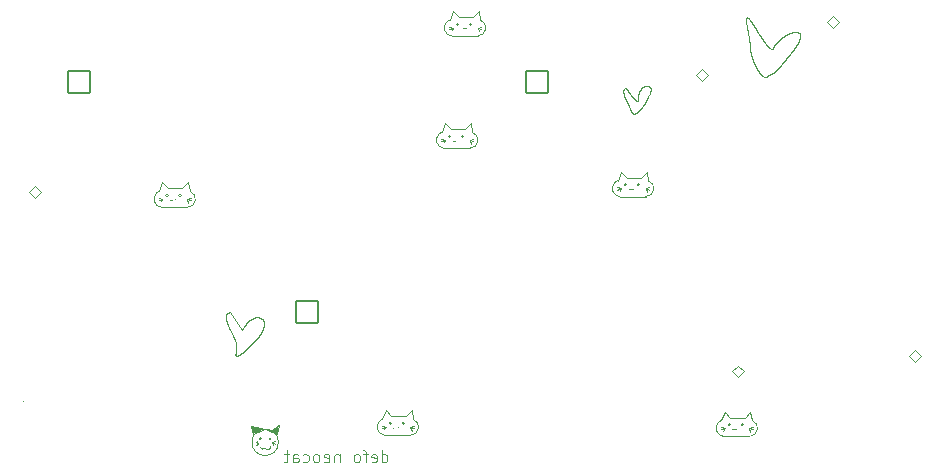
<source format=gbo>
%TF.GenerationSoftware,KiCad,Pcbnew,9.0.2*%
%TF.CreationDate,2025-07-02T22:19:12+01:00*%
%TF.ProjectId,sharfinder,73686172-6669-46e6-9465-722e6b696361,rev?*%
%TF.SameCoordinates,Original*%
%TF.FileFunction,Legend,Bot*%
%TF.FilePolarity,Positive*%
%FSLAX46Y46*%
G04 Gerber Fmt 4.6, Leading zero omitted, Abs format (unit mm)*
G04 Created by KiCad (PCBNEW 9.0.2) date 2025-07-02 22:19:12*
%MOMM*%
%LPD*%
G01*
G04 APERTURE LIST*
G04 Aperture macros list*
%AMRoundRect*
0 Rectangle with rounded corners*
0 $1 Rounding radius*
0 $2 $3 $4 $5 $6 $7 $8 $9 X,Y pos of 4 corners*
0 Add a 4 corners polygon primitive as box body*
4,1,4,$2,$3,$4,$5,$6,$7,$8,$9,$2,$3,0*
0 Add four circle primitives for the rounded corners*
1,1,$1+$1,$2,$3*
1,1,$1+$1,$4,$5*
1,1,$1+$1,$6,$7*
1,1,$1+$1,$8,$9*
0 Add four rect primitives between the rounded corners*
20,1,$1+$1,$2,$3,$4,$5,0*
20,1,$1+$1,$4,$5,$6,$7,0*
20,1,$1+$1,$6,$7,$8,$9,0*
20,1,$1+$1,$8,$9,$2,$3,0*%
G04 Aperture macros list end*
%ADD10C,0.100000*%
%ADD11C,2.019000*%
%ADD12RoundRect,0.102000X-0.907500X-0.907500X0.907500X-0.907500X0.907500X0.907500X-0.907500X0.907500X0*%
%ADD13C,1.400000*%
%ADD14C,1.700000*%
%ADD15C,4.000000*%
%ADD16C,2.200000*%
%ADD17C,1.524000*%
G04 APERTURE END LIST*
D10*
X176389039Y-114397218D02*
X176126429Y-115140687D01*
X138500000Y-116300000D02*
X137500000Y-115881966D01*
X136500000Y-116300000D01*
X136300000Y-115600000D01*
X137500000Y-115881966D01*
X138000000Y-116000000D01*
X138700000Y-115500000D01*
X138500000Y-116300000D01*
G36*
X138500000Y-116300000D02*
G01*
X137500000Y-115881966D01*
X136500000Y-116300000D01*
X136300000Y-115600000D01*
X137500000Y-115881966D01*
X138000000Y-116000000D01*
X138700000Y-115500000D01*
X138500000Y-116300000D01*
G37*
X167600000Y-94100000D02*
X167337390Y-94843469D01*
X168040000Y-88000000D02*
X168035927Y-87991832D01*
X168031899Y-87983709D01*
X168027919Y-87975638D01*
X168023984Y-87967613D01*
X168020096Y-87959640D01*
X168016252Y-87951710D01*
X168012456Y-87943834D01*
X168008703Y-87936001D01*
X168004997Y-87928220D01*
X168001334Y-87920482D01*
X167997717Y-87912796D01*
X167994143Y-87905153D01*
X167990614Y-87897560D01*
X167987127Y-87890011D01*
X167983686Y-87882512D01*
X167980286Y-87875056D01*
X167976931Y-87867650D01*
X167973616Y-87860285D01*
X167970346Y-87852971D01*
X167967117Y-87845698D01*
X167963931Y-87838475D01*
X167960785Y-87831293D01*
X167957683Y-87824160D01*
X167954620Y-87817068D01*
X167951600Y-87810025D01*
X167948619Y-87803022D01*
X167945680Y-87796068D01*
X167942780Y-87789154D01*
X167939922Y-87782287D01*
X167937101Y-87775461D01*
X167934322Y-87768682D01*
X167931581Y-87761942D01*
X167928881Y-87755250D01*
X167926217Y-87748597D01*
X167923594Y-87741990D01*
X167921008Y-87735423D01*
X167918462Y-87728901D01*
X167915952Y-87722419D01*
X167913481Y-87715982D01*
X167911046Y-87709583D01*
X167908650Y-87703230D01*
X167906289Y-87696914D01*
X167903966Y-87690644D01*
X167901679Y-87684411D01*
X167899429Y-87678223D01*
X167897214Y-87672072D01*
X167895037Y-87665965D01*
X167892893Y-87659895D01*
X167890786Y-87653869D01*
X167888713Y-87647880D01*
X167886676Y-87641934D01*
X167884673Y-87636024D01*
X167882705Y-87630157D01*
X167880771Y-87624326D01*
X167878871Y-87618538D01*
X167877005Y-87612785D01*
X167875173Y-87607075D01*
X167873373Y-87601400D01*
X167871607Y-87595766D01*
X167869873Y-87590168D01*
X167868173Y-87584611D01*
X167866504Y-87579089D01*
X167864869Y-87573607D01*
X167863265Y-87568160D01*
X167861693Y-87562754D01*
X167860152Y-87557381D01*
X167858643Y-87552049D01*
X167857165Y-87546751D01*
X167855718Y-87541492D01*
X167854301Y-87536267D01*
X167852916Y-87531080D01*
X167851560Y-87525928D01*
X167850235Y-87520814D01*
X167848939Y-87515733D01*
X167847673Y-87510690D01*
X167846436Y-87505680D01*
X167845229Y-87500708D01*
X167844051Y-87495768D01*
X167842902Y-87490866D01*
X167841781Y-87485996D01*
X167840688Y-87481163D01*
X167839624Y-87476362D01*
X167838588Y-87471597D01*
X167837579Y-87466865D01*
X167836599Y-87462168D01*
X167835645Y-87457503D01*
X167834719Y-87452873D01*
X167833820Y-87448275D01*
X167832947Y-87443711D01*
X167832101Y-87439179D01*
X167831282Y-87434682D01*
X167830489Y-87430215D01*
X167829722Y-87425782D01*
X167828980Y-87421380D01*
X167828265Y-87417012D01*
X167827574Y-87412674D01*
X167826909Y-87408369D01*
X167826269Y-87404095D01*
X167825654Y-87399853D01*
X167825063Y-87395641D01*
X167824497Y-87391462D01*
X167823955Y-87387312D01*
X167823438Y-87383194D01*
X167822944Y-87379105D01*
X167822474Y-87375048D01*
X167822028Y-87371020D01*
X167821605Y-87367024D01*
X167821205Y-87363056D01*
X167820828Y-87359119D01*
X167820474Y-87355210D01*
X167820143Y-87351331D01*
X167819834Y-87347481D01*
X167819548Y-87343661D01*
X167819283Y-87339869D01*
X167819041Y-87336107D01*
X167818820Y-87332372D01*
X167818621Y-87328666D01*
X167818444Y-87324988D01*
X167818288Y-87321338D01*
X167818153Y-87317716D01*
X167818039Y-87314122D01*
X167817946Y-87310555D01*
X167817873Y-87307016D01*
X167817821Y-87303504D01*
X167817789Y-87300019D01*
X167817778Y-87296561D01*
X167817786Y-87293129D01*
X167817815Y-87289724D01*
X167817863Y-87286346D01*
X167817930Y-87282994D01*
X167818017Y-87279668D01*
X167818123Y-87276368D01*
X167818249Y-87273093D01*
X167818393Y-87269845D01*
X167818556Y-87266621D01*
X167818738Y-87263424D01*
X167818938Y-87260250D01*
X167819157Y-87257103D01*
X167819393Y-87253980D01*
X167819648Y-87250882D01*
X167819921Y-87247807D01*
X167820212Y-87244758D01*
X167820521Y-87241733D01*
X167820847Y-87238732D01*
X167821190Y-87235754D01*
X167821551Y-87232802D01*
X167821929Y-87229871D01*
X167822324Y-87226965D01*
X167822736Y-87224082D01*
X167823164Y-87221222D01*
X167823610Y-87218385D01*
X167824072Y-87215572D01*
X167824550Y-87212779D01*
X167825045Y-87210012D01*
X167825556Y-87207264D01*
X167826083Y-87204541D01*
X167826626Y-87201838D01*
X167827185Y-87199160D01*
X167827760Y-87196500D01*
X167828350Y-87193865D01*
X167828956Y-87191249D01*
X167829577Y-87188657D01*
X167830214Y-87186084D01*
X167830866Y-87183534D01*
X167831533Y-87181003D01*
X167832215Y-87178496D01*
X167832913Y-87176006D01*
X167833624Y-87173540D01*
X167834352Y-87171092D01*
X167835093Y-87168666D01*
X167835850Y-87166259D01*
X167836620Y-87163874D01*
X167837406Y-87161506D01*
X167838205Y-87159161D01*
X167839019Y-87156832D01*
X167839847Y-87154527D01*
X167840689Y-87152237D01*
X167841545Y-87149971D01*
X167842416Y-87147720D01*
X167843300Y-87145491D01*
X167844198Y-87143278D01*
X167845109Y-87141088D01*
X167846974Y-87136760D01*
X167848894Y-87132506D01*
X167850867Y-87128325D01*
X167852894Y-87124216D01*
X167854973Y-87120179D01*
X167857106Y-87116213D01*
X167859291Y-87112317D01*
X167861528Y-87108490D01*
X167863817Y-87104731D01*
X167866158Y-87101041D01*
X167868549Y-87097417D01*
X167870992Y-87093860D01*
X167873486Y-87090369D01*
X167876030Y-87086943D01*
X167878625Y-87083582D01*
X167881271Y-87080285D01*
X167883966Y-87077053D01*
X167886712Y-87073884D01*
X167889508Y-87070777D01*
X167892354Y-87067734D01*
X167895250Y-87064753D01*
X167898196Y-87061835D01*
X167901192Y-87058978D01*
X167904238Y-87056184D01*
X167907333Y-87053451D01*
X167910477Y-87050780D01*
X167913672Y-87048170D01*
X167916915Y-87045623D01*
X167920208Y-87043137D01*
X167923550Y-87040713D01*
X167926940Y-87038352D01*
X167930379Y-87036053D01*
X167933866Y-87033816D01*
X167937400Y-87031643D01*
X167940982Y-87029533D01*
X167944610Y-87027488D01*
X167948284Y-87025507D01*
X167952003Y-87023591D01*
X167955766Y-87021741D01*
X167959571Y-87019958D01*
X167963417Y-87018242D01*
X167967302Y-87016595D01*
X167971225Y-87015016D01*
X167975183Y-87013508D01*
X167979172Y-87012072D01*
X167983190Y-87010708D01*
X167987232Y-87009418D01*
X167991295Y-87008203D01*
X167995371Y-87007064D01*
X167999455Y-87006004D01*
X168003538Y-87005023D01*
X168007610Y-87004124D01*
X168011658Y-87003308D01*
X168015667Y-87002578D01*
X168019617Y-87001934D01*
X168023481Y-87001380D01*
X168027223Y-87000916D01*
X168030791Y-87000547D01*
X168034107Y-87000272D01*
X168037033Y-87000094D01*
X168039281Y-87000011D01*
X168040000Y-87000000D01*
X178540000Y-83500000D02*
X178539960Y-83488966D01*
X178539839Y-83477619D01*
X178539635Y-83465952D01*
X178539345Y-83453958D01*
X178538966Y-83441628D01*
X178538497Y-83428954D01*
X178537935Y-83415928D01*
X178537278Y-83402541D01*
X178536522Y-83388785D01*
X178535666Y-83374649D01*
X178534705Y-83360124D01*
X178533639Y-83345200D01*
X178532462Y-83329867D01*
X178531174Y-83314113D01*
X178529770Y-83297926D01*
X178528247Y-83281295D01*
X178526603Y-83264207D01*
X178524832Y-83246649D01*
X178522933Y-83228605D01*
X178520901Y-83210061D01*
X178518732Y-83191001D01*
X178516422Y-83171408D01*
X178513967Y-83151263D01*
X178511362Y-83130546D01*
X178508602Y-83109235D01*
X178505682Y-83087308D01*
X178502596Y-83064739D01*
X178499338Y-83041500D01*
X178495902Y-83017559D01*
X178492280Y-82992884D01*
X178488464Y-82967434D01*
X178484445Y-82941168D01*
X178480213Y-82914036D01*
X178475758Y-82885982D01*
X178471065Y-82856941D01*
X178466121Y-82826836D01*
X178460907Y-82795577D01*
X178455402Y-82763054D01*
X178449580Y-82729133D01*
X178443410Y-82693646D01*
X178436851Y-82656375D01*
X178429848Y-82617033D01*
X178422326Y-82575222D01*
X178414177Y-82530365D01*
X178405233Y-82481557D01*
X178395200Y-82427224D01*
X178383472Y-82364115D01*
X178365836Y-82269648D01*
X178356479Y-82219568D01*
X178347182Y-82169719D01*
X178337973Y-82120161D01*
X178328879Y-82070952D01*
X178319927Y-82022152D01*
X178315514Y-81997924D01*
X178311146Y-81973820D01*
X178306828Y-81949848D01*
X178302563Y-81926015D01*
X178298354Y-81902329D01*
X178294206Y-81878798D01*
X178290120Y-81855427D01*
X178286102Y-81832226D01*
X178282153Y-81809201D01*
X178278279Y-81786359D01*
X178274481Y-81763709D01*
X178270765Y-81741257D01*
X178267132Y-81719012D01*
X178263587Y-81696979D01*
X178260133Y-81675168D01*
X178256773Y-81653584D01*
X178253511Y-81632237D01*
X178250351Y-81611132D01*
X178247296Y-81590277D01*
X178244348Y-81569681D01*
X178241513Y-81549349D01*
X178238793Y-81529291D01*
X178237477Y-81519366D01*
X178236191Y-81509512D01*
X178234936Y-81499730D01*
X178233712Y-81490021D01*
X178232519Y-81480385D01*
X178231358Y-81470824D01*
X178230229Y-81461339D01*
X178229133Y-81451930D01*
X178228070Y-81442599D01*
X178227041Y-81433346D01*
X178226046Y-81424172D01*
X178225085Y-81415079D01*
X178224159Y-81406066D01*
X178223268Y-81397136D01*
X178222413Y-81388289D01*
X178221594Y-81379525D01*
X178220811Y-81370846D01*
X178220066Y-81362254D01*
X178219358Y-81353747D01*
X178218688Y-81345329D01*
X178218057Y-81336999D01*
X178217464Y-81328758D01*
X178216910Y-81320608D01*
X178216396Y-81312549D01*
X178215922Y-81304582D01*
X178215488Y-81296709D01*
X178215095Y-81288929D01*
X178214744Y-81281245D01*
X178214434Y-81273657D01*
X178214167Y-81266165D01*
X178213942Y-81258771D01*
X178213760Y-81251476D01*
X178213622Y-81244281D01*
X178213528Y-81237186D01*
X178213478Y-81230193D01*
X178213473Y-81223302D01*
X178213513Y-81216514D01*
X178213599Y-81209831D01*
X178213730Y-81203253D01*
X178213909Y-81196781D01*
X178214134Y-81190416D01*
X178214407Y-81184159D01*
X178214727Y-81178011D01*
X178215096Y-81171973D01*
X178215514Y-81166046D01*
X178215980Y-81160230D01*
X178216496Y-81154527D01*
X178217063Y-81148938D01*
X178217679Y-81143463D01*
X178218347Y-81138103D01*
X178219065Y-81132860D01*
X178219836Y-81127734D01*
X178220658Y-81122726D01*
X178221533Y-81117837D01*
X178222461Y-81113068D01*
X178223443Y-81108420D01*
X178223954Y-81106142D01*
X178224478Y-81103894D01*
X178225016Y-81101678D01*
X178225568Y-81099491D01*
X178226133Y-81097336D01*
X178226712Y-81095212D01*
X178227305Y-81093119D01*
X178227912Y-81091057D01*
X178228533Y-81089027D01*
X178229167Y-81087028D01*
X178229816Y-81085061D01*
X178230479Y-81083125D01*
X178231155Y-81081222D01*
X178231846Y-81079350D01*
X178232552Y-81077511D01*
X178233271Y-81075703D01*
X178234005Y-81073928D01*
X178234753Y-81072186D01*
X178235516Y-81070476D01*
X178236293Y-81068798D01*
X178237084Y-81067154D01*
X178237891Y-81065542D01*
X178238712Y-81063963D01*
X178239547Y-81062418D01*
X178240398Y-81060906D01*
X178241263Y-81059427D01*
X178242143Y-81057981D01*
X178243038Y-81056569D01*
X178243948Y-81055191D01*
X178244873Y-81053847D01*
X178245813Y-81052537D01*
X178246768Y-81051260D01*
X178247739Y-81050018D01*
X178248724Y-81048811D01*
X178249725Y-81047637D01*
X178250742Y-81046498D01*
X178251774Y-81045394D01*
X178252821Y-81044324D01*
X178253884Y-81043290D01*
X178254962Y-81042290D01*
X178256056Y-81041326D01*
X178257166Y-81040396D01*
X178258291Y-81039502D01*
X178259432Y-81038644D01*
X178260589Y-81037821D01*
X178261762Y-81037033D01*
X178262951Y-81036282D01*
X178264156Y-81035566D01*
X178265377Y-81034887D01*
X178266614Y-81034243D01*
X178267867Y-81033636D01*
X178269137Y-81033065D01*
X178270422Y-81032531D01*
X178271724Y-81032033D01*
X178273043Y-81031572D01*
X178274378Y-81031148D01*
X178275729Y-81030761D01*
X178277097Y-81030411D01*
X178278482Y-81030098D01*
X178279883Y-81029822D01*
X178281301Y-81029584D01*
X178282735Y-81029383D01*
X178284187Y-81029220D01*
X178285655Y-81029095D01*
X178287140Y-81029007D01*
X178288643Y-81028958D01*
X178290162Y-81028947D01*
X178291698Y-81028974D01*
X178293252Y-81029039D01*
X178294823Y-81029143D01*
X178296411Y-81029285D01*
X178298016Y-81029466D01*
X178299639Y-81029686D01*
X178301279Y-81029944D01*
X178302936Y-81030242D01*
X178304611Y-81030579D01*
X178306304Y-81030955D01*
X178308014Y-81031371D01*
X178309742Y-81031826D01*
X178311488Y-81032320D01*
X178313251Y-81032855D01*
X178315032Y-81033429D01*
X178316831Y-81034043D01*
X178318649Y-81034697D01*
X178320484Y-81035392D01*
X178322337Y-81036127D01*
X178324208Y-81036902D01*
X178326098Y-81037718D01*
X178328005Y-81038574D01*
X178329931Y-81039471D01*
X178331876Y-81040409D01*
X178333838Y-81041388D01*
X178335820Y-81042409D01*
X178337819Y-81043470D01*
X178339837Y-81044573D01*
X178341874Y-81045717D01*
X178343930Y-81046903D01*
X178346004Y-81048130D01*
X178348097Y-81049400D01*
X178350208Y-81050711D01*
X178352339Y-81052064D01*
X178354488Y-81053460D01*
X178356657Y-81054898D01*
X178358845Y-81056378D01*
X178361051Y-81057900D01*
X178363277Y-81059466D01*
X178365522Y-81061074D01*
X178367786Y-81062725D01*
X178370070Y-81064419D01*
X178372372Y-81066156D01*
X178374695Y-81067936D01*
X178377036Y-81069759D01*
X178379398Y-81071626D01*
X178381778Y-81073537D01*
X178384179Y-81075491D01*
X178386599Y-81077489D01*
X178389039Y-81079530D01*
X178391499Y-81081616D01*
X178393978Y-81083746D01*
X178396477Y-81085920D01*
X178398997Y-81088139D01*
X178401536Y-81090402D01*
X178406675Y-81095062D01*
X178411895Y-81099901D01*
X178417195Y-81104921D01*
X178422578Y-81110122D01*
X178428042Y-81115504D01*
X178433589Y-81121070D01*
X178439218Y-81126820D01*
X178444931Y-81132754D01*
X178450727Y-81138875D01*
X178456608Y-81145182D01*
X178462573Y-81151676D01*
X178468623Y-81158360D01*
X178474758Y-81165232D01*
X178480980Y-81172295D01*
X178487287Y-81179550D01*
X178493682Y-81186997D01*
X178500163Y-81194637D01*
X178506732Y-81202471D01*
X178513389Y-81210500D01*
X178520135Y-81218725D01*
X178526969Y-81227147D01*
X178533893Y-81235767D01*
X178540907Y-81244585D01*
X178548010Y-81253603D01*
X178555205Y-81262822D01*
X178562490Y-81272243D01*
X178569867Y-81281865D01*
X178577336Y-81291692D01*
X178584897Y-81301722D01*
X178592551Y-81311958D01*
X178600298Y-81322400D01*
X178608138Y-81333049D01*
X178616073Y-81343906D01*
X178624102Y-81354972D01*
X178632226Y-81366247D01*
X178640446Y-81377734D01*
X178648761Y-81389432D01*
X178657173Y-81401343D01*
X178665681Y-81413468D01*
X178674286Y-81425807D01*
X178682989Y-81438361D01*
X178691790Y-81451132D01*
X178700689Y-81464120D01*
X178709687Y-81477326D01*
X178718785Y-81490752D01*
X178727982Y-81504397D01*
X178737279Y-81518263D01*
X178746676Y-81532352D01*
X178756175Y-81546663D01*
X178765775Y-81561198D01*
X178775477Y-81575957D01*
X178785281Y-81590942D01*
X178795188Y-81606154D01*
X178805198Y-81621593D01*
X178815311Y-81637261D01*
X178825529Y-81653158D01*
X178835851Y-81669285D01*
X178846278Y-81685643D01*
X178856810Y-81702234D01*
X178867448Y-81719057D01*
X178878192Y-81736114D01*
X178889043Y-81753407D01*
X178900001Y-81770935D01*
X178911066Y-81788699D01*
X178922239Y-81806702D01*
X178933521Y-81824943D01*
X178944911Y-81843423D01*
X178956410Y-81862144D01*
X178968019Y-81881106D01*
X178979738Y-81900311D01*
X178991568Y-81919759D01*
X179003509Y-81939450D01*
X179015560Y-81959387D01*
X179027724Y-81979570D01*
X179040000Y-82000000D01*
X192500000Y-109200000D02*
X192000000Y-109700000D01*
X178589039Y-114397218D02*
X178089039Y-114897218D01*
X147689039Y-115697218D02*
X147389039Y-115597218D01*
X180540000Y-83500000D02*
X180548192Y-83487784D01*
X180556474Y-83475577D01*
X180564846Y-83463380D01*
X180573308Y-83451193D01*
X180581859Y-83439017D01*
X180590501Y-83426852D01*
X180599232Y-83414699D01*
X180608052Y-83402558D01*
X180616962Y-83390431D01*
X180625960Y-83378317D01*
X180635047Y-83366218D01*
X180644223Y-83354133D01*
X180653488Y-83342065D01*
X180662840Y-83330013D01*
X180672280Y-83317978D01*
X180681808Y-83305961D01*
X180691423Y-83293962D01*
X180701124Y-83281983D01*
X180710913Y-83270024D01*
X180720787Y-83258086D01*
X180730747Y-83246169D01*
X180740793Y-83234275D01*
X180750923Y-83222404D01*
X180761138Y-83210557D01*
X180771437Y-83198735D01*
X180781819Y-83186939D01*
X180792284Y-83175169D01*
X180802832Y-83163427D01*
X180813461Y-83151714D01*
X180824172Y-83140029D01*
X180834963Y-83128375D01*
X180845835Y-83116753D01*
X180856785Y-83105162D01*
X180867814Y-83093605D01*
X180878921Y-83082081D01*
X180890105Y-83070593D01*
X180901366Y-83059141D01*
X180912701Y-83047726D01*
X180924112Y-83036349D01*
X180935596Y-83025012D01*
X180947153Y-83013714D01*
X180958782Y-83002458D01*
X180970482Y-82991245D01*
X180982252Y-82980075D01*
X180994091Y-82968950D01*
X181005998Y-82957870D01*
X181017972Y-82946838D01*
X181030011Y-82935853D01*
X181042115Y-82924918D01*
X181054282Y-82914033D01*
X181066512Y-82903199D01*
X181078802Y-82892419D01*
X181091152Y-82881692D01*
X181103560Y-82871020D01*
X181116026Y-82860405D01*
X181128547Y-82849847D01*
X181141122Y-82839348D01*
X181153750Y-82828909D01*
X181166429Y-82818531D01*
X181179158Y-82808216D01*
X181191935Y-82797964D01*
X181204759Y-82787777D01*
X181217627Y-82777657D01*
X181230540Y-82767604D01*
X181243493Y-82757619D01*
X181256487Y-82747705D01*
X181269520Y-82737862D01*
X181282588Y-82728091D01*
X181295692Y-82718395D01*
X181308828Y-82708773D01*
X181321996Y-82699227D01*
X181335192Y-82689759D01*
X181348416Y-82680369D01*
X181361665Y-82671060D01*
X181374938Y-82661832D01*
X181388232Y-82652686D01*
X181401545Y-82643624D01*
X181414876Y-82634646D01*
X181421548Y-82630189D01*
X181428222Y-82625755D01*
X181434901Y-82621341D01*
X181441581Y-82616950D01*
X181448265Y-82612581D01*
X181454951Y-82608234D01*
X181461640Y-82603909D01*
X181468330Y-82599608D01*
X181475023Y-82595328D01*
X181481716Y-82591072D01*
X181488411Y-82586838D01*
X181495106Y-82582628D01*
X181501803Y-82578440D01*
X181508499Y-82574277D01*
X181515196Y-82570136D01*
X181521892Y-82566019D01*
X181528589Y-82561926D01*
X181535284Y-82557857D01*
X181541978Y-82553812D01*
X181548671Y-82549791D01*
X181555362Y-82545794D01*
X181562052Y-82541822D01*
X181568739Y-82537874D01*
X181575424Y-82533950D01*
X181582106Y-82530052D01*
X181588785Y-82526178D01*
X181595461Y-82522330D01*
X181602134Y-82518506D01*
X181608802Y-82514708D01*
X181615467Y-82510935D01*
X181622126Y-82507188D01*
X181628782Y-82503466D01*
X181635432Y-82499770D01*
X181642078Y-82496099D01*
X181648717Y-82492455D01*
X181655351Y-82488836D01*
X181661978Y-82485244D01*
X181668601Y-82481677D01*
X181675214Y-82478138D01*
X181681823Y-82474623D01*
X181688423Y-82471137D01*
X181695017Y-82467676D01*
X181701601Y-82464242D01*
X181708180Y-82460834D01*
X181714747Y-82457455D01*
X181721309Y-82454101D01*
X181727859Y-82450775D01*
X181734403Y-82447475D01*
X181740934Y-82444203D01*
X181747459Y-82440957D01*
X181753970Y-82437741D01*
X181760475Y-82434549D01*
X181766966Y-82431387D01*
X181773450Y-82428251D01*
X181779918Y-82425144D01*
X181786379Y-82422063D01*
X181792825Y-82419011D01*
X181799263Y-82415985D01*
X181805684Y-82412990D01*
X181812098Y-82410019D01*
X181818494Y-82407079D01*
X181824883Y-82404165D01*
X181831253Y-82401280D01*
X181837615Y-82398422D01*
X181843958Y-82395594D01*
X181850292Y-82392791D01*
X181856607Y-82390020D01*
X181862913Y-82387273D01*
X181869198Y-82384558D01*
X181875475Y-82381868D01*
X181881730Y-82379210D01*
X181887976Y-82376576D01*
X181894200Y-82373974D01*
X181900415Y-82371397D01*
X181906607Y-82368852D01*
X181912789Y-82366332D01*
X181918948Y-82363843D01*
X181925097Y-82361380D01*
X181931222Y-82358948D01*
X181937337Y-82356541D01*
X181943428Y-82354166D01*
X181949508Y-82351816D01*
X181955562Y-82349498D01*
X181961606Y-82347204D01*
X181967624Y-82344943D01*
X181973632Y-82342706D01*
X181979612Y-82340501D01*
X181985582Y-82338321D01*
X181991525Y-82336173D01*
X181997456Y-82334049D01*
X182003360Y-82331957D01*
X182009252Y-82329891D01*
X182015116Y-82327855D01*
X182020968Y-82325844D01*
X182026792Y-82323865D01*
X182032604Y-82321911D01*
X182038386Y-82319988D01*
X182044156Y-82318089D01*
X182049897Y-82316222D01*
X182055625Y-82314380D01*
X182061323Y-82312569D01*
X182067009Y-82310782D01*
X182072663Y-82309026D01*
X182078306Y-82307295D01*
X182083917Y-82305595D01*
X182089515Y-82303919D01*
X182095081Y-82302274D01*
X182100635Y-82300653D01*
X182106157Y-82299063D01*
X182111666Y-82297497D01*
X182117142Y-82295961D01*
X182122605Y-82294450D01*
X182128035Y-82292968D01*
X182133452Y-82291511D01*
X182138835Y-82290084D01*
X182144205Y-82288681D01*
X182149542Y-82287307D01*
X182154865Y-82285958D01*
X182160154Y-82284637D01*
X182165430Y-82283341D01*
X182170671Y-82282074D01*
X182175898Y-82280831D01*
X182181091Y-82279616D01*
X182186270Y-82278426D01*
X182191415Y-82277264D01*
X182196545Y-82276125D01*
X182201641Y-82275015D01*
X182206722Y-82273928D01*
X182211768Y-82272870D01*
X182216800Y-82271835D01*
X182221797Y-82270827D01*
X182226779Y-82269843D01*
X182231726Y-82268887D01*
X182236658Y-82267953D01*
X182241555Y-82267047D01*
X182246437Y-82266164D01*
X182251283Y-82265307D01*
X182256115Y-82264474D01*
X182260911Y-82263667D01*
X182265692Y-82262882D01*
X182270438Y-82262124D01*
X182275168Y-82261389D01*
X182279862Y-82260680D01*
X182284542Y-82259992D01*
X182289186Y-82259331D01*
X182293814Y-82258692D01*
X182298407Y-82258078D01*
X182302984Y-82257486D01*
X182307525Y-82256920D01*
X182312052Y-82256375D01*
X182316542Y-82255855D01*
X182321017Y-82255356D01*
X182325456Y-82254882D01*
X182329880Y-82254430D01*
X182334268Y-82254001D01*
X182338640Y-82253594D01*
X182342977Y-82253211D01*
X182347298Y-82252849D01*
X182351583Y-82252510D01*
X182355854Y-82252193D01*
X182360088Y-82251898D01*
X182364307Y-82251624D01*
X182368490Y-82251373D01*
X182372658Y-82251143D01*
X182376790Y-82250934D01*
X182380907Y-82250747D01*
X182384988Y-82250581D01*
X182389054Y-82250436D01*
X182393085Y-82250313D01*
X182397100Y-82250209D01*
X182401080Y-82250127D01*
X182405045Y-82250065D01*
X182408974Y-82250024D01*
X182412888Y-82250003D01*
X182416767Y-82250002D01*
X182420631Y-82250021D01*
X182424460Y-82250060D01*
X182428274Y-82250119D01*
X182432053Y-82250198D01*
X182435817Y-82250296D01*
X182439547Y-82250413D01*
X182443261Y-82250550D01*
X182446941Y-82250706D01*
X182450606Y-82250881D01*
X182454237Y-82251074D01*
X182457853Y-82251287D01*
X182461435Y-82251518D01*
X182465002Y-82251768D01*
X182468535Y-82252036D01*
X182472054Y-82252322D01*
X182475539Y-82252626D01*
X182479009Y-82252949D01*
X182482446Y-82253289D01*
X182485868Y-82253648D01*
X182489257Y-82254023D01*
X182492631Y-82254417D01*
X182495973Y-82254827D01*
X182499300Y-82255256D01*
X182502595Y-82255700D01*
X182505875Y-82256163D01*
X182509123Y-82256642D01*
X182512356Y-82257138D01*
X182515557Y-82257650D01*
X182518744Y-82258180D01*
X182521900Y-82258726D01*
X182525040Y-82259289D01*
X182528150Y-82259866D01*
X182531246Y-82260462D01*
X182534310Y-82261072D01*
X182537360Y-82261699D01*
X182540380Y-82262341D01*
X182543385Y-82263000D01*
X182546360Y-82263673D01*
X182549320Y-82264363D01*
X182552252Y-82265067D01*
X182555168Y-82265788D01*
X182558055Y-82266522D01*
X182560928Y-82267274D01*
X182563772Y-82268039D01*
X182566601Y-82268820D01*
X182569402Y-82269615D01*
X182572189Y-82270426D01*
X182574947Y-82271250D01*
X182577691Y-82272090D01*
X182580407Y-82272943D01*
X182583109Y-82273812D01*
X182585784Y-82274694D01*
X182588444Y-82275592D01*
X182591077Y-82276502D01*
X182593696Y-82277429D01*
X182596289Y-82278367D01*
X182598867Y-82279321D01*
X182601419Y-82280287D01*
X182603956Y-82281269D01*
X182606468Y-82282263D01*
X182608966Y-82283272D01*
X182611438Y-82284293D01*
X182613896Y-82285330D01*
X182616329Y-82286377D01*
X182618747Y-82287441D01*
X182621141Y-82288516D01*
X182623521Y-82289606D01*
X182625877Y-82290707D01*
X182628218Y-82291823D01*
X182630536Y-82292951D01*
X182632839Y-82294094D01*
X182635119Y-82295247D01*
X182637385Y-82296416D01*
X182639628Y-82297595D01*
X182641856Y-82298790D01*
X182644062Y-82299995D01*
X182646254Y-82301216D01*
X182648423Y-82302446D01*
X182650579Y-82303692D01*
X182652712Y-82304949D01*
X182654831Y-82306220D01*
X182656929Y-82307501D01*
X182659012Y-82308798D01*
X182661074Y-82310105D01*
X182663122Y-82311426D01*
X182665150Y-82312758D01*
X182667163Y-82314105D01*
X182669155Y-82315462D01*
X182671134Y-82316834D01*
X182673092Y-82318216D01*
X182675036Y-82319613D01*
X182676961Y-82321020D01*
X182678871Y-82322441D01*
X182680761Y-82323873D01*
X182682638Y-82325319D01*
X182684495Y-82326776D01*
X182686338Y-82328248D01*
X182688163Y-82329729D01*
X182689973Y-82331226D01*
X182691764Y-82332732D01*
X182693542Y-82334253D01*
X182695301Y-82335785D01*
X182697046Y-82337331D01*
X182698773Y-82338887D01*
X182700485Y-82340458D01*
X182702180Y-82342040D01*
X182703861Y-82343636D01*
X182705524Y-82345243D01*
X182707173Y-82346864D01*
X182708805Y-82348496D01*
X182710423Y-82350142D01*
X182712023Y-82351800D01*
X182713609Y-82353472D01*
X182715179Y-82355155D01*
X182716734Y-82356852D01*
X182718273Y-82358560D01*
X182719797Y-82360283D01*
X182721305Y-82362017D01*
X182722799Y-82363766D01*
X182724276Y-82365526D01*
X182725739Y-82367300D01*
X182727186Y-82369087D01*
X182728619Y-82370887D01*
X182730036Y-82372700D01*
X182731439Y-82374527D01*
X182732825Y-82376366D01*
X182734198Y-82378219D01*
X182735554Y-82380085D01*
X182736897Y-82381966D01*
X182738224Y-82383859D01*
X182739536Y-82385766D01*
X182740833Y-82387686D01*
X182742115Y-82389620D01*
X182743383Y-82391568D01*
X182744635Y-82393530D01*
X182745873Y-82395505D01*
X182747096Y-82397495D01*
X182748303Y-82399498D01*
X182749496Y-82401516D01*
X182750674Y-82403548D01*
X182751838Y-82405594D01*
X182752986Y-82407654D01*
X182754119Y-82409729D01*
X182755238Y-82411818D01*
X182756342Y-82413922D01*
X182757430Y-82416041D01*
X182758504Y-82418174D01*
X182759563Y-82420322D01*
X182760607Y-82422485D01*
X182762650Y-82426856D01*
X182764632Y-82431288D01*
X182766554Y-82435781D01*
X182768416Y-82440336D01*
X182770217Y-82444955D01*
X182771956Y-82449637D01*
X182773634Y-82454383D01*
X182775250Y-82459195D01*
X182776803Y-82464074D01*
X182778294Y-82469019D01*
X182779721Y-82474032D01*
X182781085Y-82479114D01*
X182782384Y-82484265D01*
X182783618Y-82489487D01*
X182784787Y-82494781D01*
X182785889Y-82500146D01*
X182786924Y-82505585D01*
X182787892Y-82511099D01*
X182788792Y-82516687D01*
X182789622Y-82522351D01*
X182790383Y-82528093D01*
X182791073Y-82533912D01*
X182791692Y-82539810D01*
X182792238Y-82545788D01*
X182792711Y-82551847D01*
X182793110Y-82557988D01*
X182793433Y-82564212D01*
X182793681Y-82570520D01*
X182793852Y-82576912D01*
X182793944Y-82583390D01*
X182793958Y-82589955D01*
X182793891Y-82596608D01*
X182793744Y-82603349D01*
X182793514Y-82610180D01*
X182793200Y-82617103D01*
X182792802Y-82624117D01*
X182792319Y-82631223D01*
X182791748Y-82638424D01*
X182791090Y-82645719D01*
X182790342Y-82653111D01*
X182789503Y-82660599D01*
X182788573Y-82668185D01*
X182787550Y-82675870D01*
X182786432Y-82683655D01*
X182785219Y-82691541D01*
X182783909Y-82699528D01*
X182782500Y-82707619D01*
X182780992Y-82715813D01*
X182779383Y-82724113D01*
X182777672Y-82732518D01*
X182775857Y-82741030D01*
X182773937Y-82749650D01*
X182771910Y-82758379D01*
X182769775Y-82767218D01*
X182767531Y-82776168D01*
X182765176Y-82785230D01*
X182762708Y-82794405D01*
X182760127Y-82803693D01*
X182757431Y-82813097D01*
X182754617Y-82822616D01*
X182751686Y-82832252D01*
X182748634Y-82842005D01*
X182745462Y-82851878D01*
X182742166Y-82861870D01*
X182738746Y-82871983D01*
X182735200Y-82882217D01*
X182731527Y-82892574D01*
X182727725Y-82903054D01*
X182723792Y-82913659D01*
X182719726Y-82924390D01*
X182715527Y-82935246D01*
X182711193Y-82946230D01*
X182706722Y-82957343D01*
X182702112Y-82968584D01*
X182697362Y-82979955D01*
X182692470Y-82991458D01*
X182687435Y-83003092D01*
X182682255Y-83014859D01*
X182676928Y-83026760D01*
X182671453Y-83038796D01*
X182665828Y-83050967D01*
X182660051Y-83063274D01*
X182654122Y-83075719D01*
X182648037Y-83088302D01*
X182641796Y-83101024D01*
X182635397Y-83113887D01*
X182628838Y-83126890D01*
X182622117Y-83140034D01*
X182615234Y-83153321D01*
X182608185Y-83166752D01*
X182600970Y-83180327D01*
X182593587Y-83194047D01*
X182586035Y-83207914D01*
X182578310Y-83221927D01*
X182570413Y-83236087D01*
X182562341Y-83250397D01*
X182554092Y-83264855D01*
X182545666Y-83279464D01*
X182537059Y-83294224D01*
X182528271Y-83309136D01*
X182519299Y-83324200D01*
X182510143Y-83339417D01*
X182500800Y-83354789D01*
X182491269Y-83370316D01*
X182481549Y-83385999D01*
X182471636Y-83401839D01*
X182461530Y-83417836D01*
X182451230Y-83433991D01*
X182440732Y-83450305D01*
X182430037Y-83466779D01*
X182419141Y-83483413D01*
X182408044Y-83500209D01*
X182396743Y-83517167D01*
X182385237Y-83534287D01*
X182373525Y-83551571D01*
X182361604Y-83569020D01*
X182349474Y-83586633D01*
X182337131Y-83604412D01*
X182324575Y-83622358D01*
X182311804Y-83640471D01*
X182298817Y-83658752D01*
X182285611Y-83677202D01*
X182272185Y-83695821D01*
X182258537Y-83714611D01*
X182244666Y-83733571D01*
X182230570Y-83752703D01*
X182216247Y-83772007D01*
X182201696Y-83791484D01*
X182186915Y-83811135D01*
X182171902Y-83830960D01*
X182156656Y-83850960D01*
X182141175Y-83871136D01*
X182125457Y-83891488D01*
X182109501Y-83912017D01*
X182093306Y-83932724D01*
X182076869Y-83953610D01*
X182060188Y-83974674D01*
X182043263Y-83995919D01*
X182040000Y-84000000D01*
X129289039Y-96097218D02*
G75*
G02*
X129089039Y-96097218I-100000J0D01*
G01*
X129089039Y-96097218D02*
G75*
G02*
X129289039Y-96097218I100000J0D01*
G01*
X192000000Y-109700000D02*
X192500000Y-110200000D01*
X152878081Y-81400000D02*
G75*
G02*
X153115464Y-81243462I500019J-500000D01*
G01*
X153378079Y-80500000D02*
X153115469Y-81243469D01*
X169300000Y-94600000D02*
X168100000Y-94600000D01*
X168726491Y-95563245D02*
G75*
G02*
X168500000Y-95599999I-126491J63245D01*
G01*
X175000000Y-85900000D02*
X174500000Y-85400000D01*
X170040000Y-87500000D02*
X169994559Y-87590866D01*
X169951865Y-87676147D01*
X169931491Y-87716780D01*
X169911735Y-87756119D01*
X169892573Y-87794199D01*
X169873984Y-87831055D01*
X169855945Y-87866720D01*
X169838431Y-87901230D01*
X169821422Y-87934618D01*
X169804893Y-87966919D01*
X169788821Y-87998167D01*
X169780950Y-88013407D01*
X169773185Y-88028397D01*
X169765523Y-88043140D01*
X169757960Y-88057642D01*
X169750495Y-88071906D01*
X169743125Y-88085938D01*
X169735846Y-88099740D01*
X169728656Y-88113317D01*
X169721551Y-88126675D01*
X169714530Y-88139816D01*
X169707589Y-88152746D01*
X169700725Y-88165468D01*
X169693935Y-88177987D01*
X169687217Y-88190308D01*
X169680567Y-88202433D01*
X169673984Y-88214369D01*
X169667463Y-88226118D01*
X169661002Y-88237686D01*
X169654599Y-88249077D01*
X169648250Y-88260294D01*
X169641952Y-88271343D01*
X169635703Y-88282227D01*
X169629500Y-88292950D01*
X169623340Y-88303518D01*
X169617219Y-88313935D01*
X169611136Y-88324203D01*
X169605088Y-88334329D01*
X169599071Y-88344316D01*
X169593082Y-88354169D01*
X169587119Y-88363892D01*
X169581179Y-88373488D01*
X169575259Y-88382963D01*
X169569356Y-88392321D01*
X169563468Y-88401566D01*
X169557591Y-88410702D01*
X169551723Y-88419733D01*
X169545860Y-88428664D01*
X169540000Y-88437500D01*
X169534140Y-88446244D01*
X169528277Y-88454901D01*
X169522409Y-88463475D01*
X169516532Y-88471970D01*
X169510644Y-88480390D01*
X169504741Y-88488741D01*
X169498821Y-88497026D01*
X169492881Y-88505249D01*
X169486918Y-88513415D01*
X169480929Y-88521528D01*
X169474912Y-88529593D01*
X169468864Y-88537613D01*
X169462781Y-88545593D01*
X169456660Y-88553537D01*
X169450500Y-88561450D01*
X169444297Y-88569336D01*
X169438048Y-88577199D01*
X169431750Y-88585043D01*
X169425401Y-88592873D01*
X169418998Y-88600693D01*
X169412537Y-88608507D01*
X169406016Y-88616320D01*
X169399433Y-88624135D01*
X169392783Y-88631958D01*
X169386065Y-88639792D01*
X169379275Y-88647642D01*
X169372411Y-88655512D01*
X169365470Y-88663406D01*
X169358449Y-88671329D01*
X169351344Y-88679285D01*
X169344154Y-88687278D01*
X169336875Y-88695313D01*
X169329505Y-88703393D01*
X169322040Y-88711523D01*
X169314477Y-88719708D01*
X169306815Y-88727951D01*
X169299050Y-88736257D01*
X169291179Y-88744631D01*
X169283199Y-88753076D01*
X169275107Y-88761597D01*
X169266902Y-88770198D01*
X169258578Y-88778883D01*
X169250135Y-88787657D01*
X169241569Y-88796524D01*
X169232876Y-88805488D01*
X169224055Y-88814554D01*
X169206016Y-88833008D01*
X169187427Y-88851919D01*
X169168265Y-88871323D01*
X169148509Y-88891253D01*
X169128135Y-88911743D01*
X169107120Y-88932829D01*
X169085441Y-88954544D01*
X169040000Y-89000000D01*
X130989039Y-94997218D02*
X130489039Y-95497218D01*
X174000000Y-85900000D02*
X174500000Y-86400000D01*
X175889041Y-115297218D02*
G75*
G02*
X176126430Y-115140695I499959J-499982D01*
G01*
X177515530Y-115860463D02*
G75*
G02*
X177288998Y-115897258I-126530J63263D01*
G01*
X169040000Y-89000000D02*
X169035408Y-89004578D01*
X169030845Y-89009099D01*
X169026364Y-89013509D01*
X169021911Y-89017865D01*
X169017537Y-89022114D01*
X169013190Y-89026310D01*
X169008920Y-89030404D01*
X169004674Y-89034446D01*
X169000503Y-89038389D01*
X168996356Y-89042282D01*
X168992281Y-89046081D01*
X168988229Y-89049830D01*
X168984246Y-89053487D01*
X168980286Y-89057097D01*
X168976392Y-89060619D01*
X168972520Y-89064094D01*
X168968712Y-89067485D01*
X168964926Y-89070830D01*
X168961201Y-89074093D01*
X168957497Y-89077312D01*
X168953852Y-89080452D01*
X168950228Y-89083549D01*
X168946661Y-89086570D01*
X168943113Y-89089548D01*
X168939621Y-89092454D01*
X168936148Y-89095317D01*
X168932729Y-89098111D01*
X168929327Y-89100863D01*
X168925978Y-89103548D01*
X168922646Y-89106193D01*
X168919365Y-89108772D01*
X168916101Y-89111313D01*
X168912885Y-89113790D01*
X168909686Y-89116229D01*
X168906534Y-89118607D01*
X168903398Y-89120947D01*
X168900308Y-89123229D01*
X168897232Y-89125475D01*
X168894202Y-89127663D01*
X168891186Y-89129816D01*
X168888213Y-89131913D01*
X168885254Y-89133976D01*
X168882337Y-89135985D01*
X168879433Y-89137961D01*
X168876570Y-89139885D01*
X168873721Y-89141775D01*
X168870910Y-89143616D01*
X168868113Y-89145424D01*
X168865353Y-89147184D01*
X168862606Y-89148912D01*
X168859896Y-89150594D01*
X168857197Y-89152244D01*
X168854534Y-89153849D01*
X168851883Y-89155423D01*
X168849267Y-89156954D01*
X168846662Y-89158455D01*
X168844090Y-89159914D01*
X168841529Y-89161343D01*
X168839000Y-89162731D01*
X168836482Y-89164090D01*
X168833996Y-89165410D01*
X168831520Y-89166702D01*
X168829074Y-89167955D01*
X168826638Y-89169181D01*
X168824231Y-89170369D01*
X168821834Y-89171531D01*
X168819465Y-89172656D01*
X168817106Y-89173755D01*
X168814774Y-89174818D01*
X168812452Y-89175856D01*
X168810155Y-89176860D01*
X168807868Y-89177838D01*
X168805606Y-89178783D01*
X168803353Y-89179703D01*
X168801124Y-89180592D01*
X168798904Y-89181455D01*
X168796708Y-89182288D01*
X168794519Y-89183096D01*
X168792354Y-89183875D01*
X168790196Y-89184629D01*
X168788061Y-89185355D01*
X168785933Y-89186056D01*
X168783826Y-89186730D01*
X168781727Y-89187380D01*
X168779648Y-89188003D01*
X168777577Y-89188603D01*
X168775525Y-89189176D01*
X168773480Y-89189726D01*
X168771453Y-89190251D01*
X168769434Y-89190753D01*
X168767433Y-89191231D01*
X168765438Y-89191686D01*
X168763460Y-89192116D01*
X168761489Y-89192525D01*
X168759534Y-89192910D01*
X168757586Y-89193273D01*
X168755653Y-89193613D01*
X168753726Y-89193932D01*
X168751814Y-89194227D01*
X168749908Y-89194502D01*
X168748016Y-89194754D01*
X168746131Y-89194986D01*
X168744258Y-89195196D01*
X168742391Y-89195384D01*
X168740536Y-89195552D01*
X168738687Y-89195699D01*
X168736850Y-89195825D01*
X168735018Y-89195930D01*
X168733197Y-89196015D01*
X168731382Y-89196079D01*
X168729577Y-89196124D01*
X168727777Y-89196148D01*
X168725986Y-89196151D01*
X168724201Y-89196135D01*
X168722424Y-89196099D01*
X168720653Y-89196043D01*
X168718889Y-89195968D01*
X168717131Y-89195872D01*
X168715379Y-89195757D01*
X168713633Y-89195622D01*
X168711893Y-89195468D01*
X168710158Y-89195294D01*
X168708428Y-89195100D01*
X168706704Y-89194887D01*
X168704984Y-89194654D01*
X168703269Y-89194402D01*
X168699852Y-89193839D01*
X168696452Y-89193198D01*
X168693066Y-89192478D01*
X168689694Y-89191679D01*
X168686334Y-89190801D01*
X168682983Y-89189843D01*
X168679642Y-89188804D01*
X168676308Y-89187684D01*
X168672979Y-89186482D01*
X168669655Y-89185195D01*
X168666335Y-89183825D01*
X168663015Y-89182368D01*
X168659696Y-89180824D01*
X168656376Y-89179192D01*
X168653053Y-89177468D01*
X168649727Y-89175653D01*
X168646395Y-89173744D01*
X168643056Y-89171738D01*
X168639709Y-89169634D01*
X168636353Y-89167430D01*
X168632986Y-89165123D01*
X168629608Y-89162711D01*
X168626215Y-89160190D01*
X168622808Y-89157559D01*
X168619384Y-89154814D01*
X168615943Y-89151952D01*
X168612483Y-89148970D01*
X168609002Y-89145864D01*
X168605499Y-89142632D01*
X168601972Y-89139268D01*
X168598420Y-89135770D01*
X168594841Y-89132133D01*
X168591234Y-89128353D01*
X168587596Y-89124425D01*
X168583926Y-89120344D01*
X168580222Y-89116106D01*
X168576483Y-89111705D01*
X168572705Y-89107136D01*
X168568887Y-89102393D01*
X168565027Y-89097469D01*
X168561122Y-89092358D01*
X168557170Y-89087054D01*
X168553168Y-89081548D01*
X168549112Y-89075833D01*
X168545001Y-89069901D01*
X168540831Y-89063743D01*
X168536598Y-89057350D01*
X168532298Y-89050711D01*
X168527927Y-89043816D01*
X168523482Y-89036654D01*
X168518956Y-89029210D01*
X168514345Y-89021473D01*
X168509643Y-89013427D01*
X168504844Y-89005056D01*
X168499941Y-88996342D01*
X168494926Y-88987267D01*
X168489790Y-88977808D01*
X168484523Y-88967942D01*
X168479116Y-88957642D01*
X168473555Y-88946878D01*
X168467827Y-88935617D01*
X168461915Y-88923818D01*
X168455800Y-88911439D01*
X168449461Y-88898425D01*
X168442872Y-88884717D01*
X168436002Y-88870239D01*
X168428812Y-88854904D01*
X168421255Y-88838599D01*
X168413270Y-88821183D01*
X168404779Y-88802475D01*
X168395674Y-88782224D01*
X168385803Y-88760077D01*
X168374933Y-88735500D01*
X168362678Y-88707602D01*
X168348290Y-88674663D01*
X168329859Y-88632294D01*
X168320145Y-88609927D01*
X168305958Y-88577267D01*
X168291414Y-88543835D01*
X168276495Y-88509642D01*
X168261181Y-88474696D01*
X168253371Y-88456944D01*
X168245455Y-88439007D01*
X168237432Y-88420887D01*
X168229299Y-88402584D01*
X168221053Y-88384100D01*
X168212693Y-88365436D01*
X168204216Y-88346593D01*
X168195620Y-88327573D01*
X168186903Y-88308375D01*
X168178061Y-88289002D01*
X168169094Y-88269455D01*
X168159998Y-88249735D01*
X168150772Y-88229842D01*
X168141412Y-88209779D01*
X168131918Y-88189546D01*
X168122285Y-88169144D01*
X168112513Y-88148575D01*
X168102599Y-88127840D01*
X168092541Y-88106939D01*
X168082335Y-88085875D01*
X168071981Y-88064648D01*
X168061475Y-88043259D01*
X168050815Y-88021709D01*
X168040000Y-88000000D01*
X178489039Y-115797218D02*
X178589039Y-116097218D01*
X147689039Y-115697218D02*
X147389039Y-115797218D01*
X155700318Y-81233282D02*
G75*
G02*
X155478079Y-82602776I-222218J-666718D01*
G01*
X150011278Y-115030500D02*
X149889039Y-114297218D01*
X149789039Y-115697218D02*
X149889039Y-115997218D01*
X128789039Y-94997218D02*
X128526429Y-95740687D01*
X128289041Y-95897218D02*
G75*
G02*
X128526430Y-95740695I499959J-499982D01*
G01*
X178489039Y-115797218D02*
X178789039Y-115897218D01*
X130489039Y-95497218D02*
X129289039Y-95497218D01*
X148189039Y-115397218D02*
G75*
G02*
X147989039Y-115397218I-100000J0D01*
G01*
X147989039Y-115397218D02*
G75*
G02*
X148189039Y-115397218I100000J0D01*
G01*
X129289039Y-95497218D02*
X128789039Y-94997218D01*
X148589039Y-115797218D02*
G75*
G02*
X148389039Y-115797218I-100000J100001D01*
G01*
X153378079Y-81900000D02*
X153078079Y-82000000D01*
X167100002Y-95000000D02*
G75*
G02*
X167337388Y-94843469I499998J-500000D01*
G01*
X168500000Y-95600000D02*
G75*
G02*
X168300000Y-95600000I-100000J100001D01*
G01*
X134540000Y-106000000D02*
X135540000Y-107500000D01*
X169800000Y-94100000D02*
X169300000Y-94600000D01*
X136700000Y-117000000D02*
X136900000Y-117100000D01*
X148189039Y-114797218D02*
X147689039Y-114297218D01*
X180040000Y-86000000D02*
X180038117Y-86001869D01*
X180036230Y-86003714D01*
X180034343Y-86005530D01*
X180032452Y-86007323D01*
X180030562Y-86009088D01*
X180028667Y-86010829D01*
X180026772Y-86012543D01*
X180024873Y-86014234D01*
X180022975Y-86015898D01*
X180021072Y-86017540D01*
X180019169Y-86019154D01*
X180017262Y-86020746D01*
X180015355Y-86022312D01*
X180013444Y-86023856D01*
X180011533Y-86025374D01*
X180009617Y-86026869D01*
X180007702Y-86028340D01*
X180005782Y-86029788D01*
X180003862Y-86031212D01*
X180001938Y-86032613D01*
X180000013Y-86033991D01*
X179998085Y-86035347D01*
X179996155Y-86036678D01*
X179994222Y-86037989D01*
X179992288Y-86039275D01*
X179990349Y-86040541D01*
X179988410Y-86041783D01*
X179986467Y-86043004D01*
X179984523Y-86044202D01*
X179982574Y-86045379D01*
X179980625Y-86046533D01*
X179978671Y-86047667D01*
X179976716Y-86048778D01*
X179974757Y-86049869D01*
X179972796Y-86050938D01*
X179970831Y-86051986D01*
X179968864Y-86053013D01*
X179966893Y-86054019D01*
X179964920Y-86055004D01*
X179962943Y-86055968D01*
X179960964Y-86056911D01*
X179958980Y-86057834D01*
X179956994Y-86058737D01*
X179955005Y-86059619D01*
X179953012Y-86060480D01*
X179951015Y-86061322D01*
X179949015Y-86062143D01*
X179947011Y-86062944D01*
X179945004Y-86063725D01*
X179942993Y-86064486D01*
X179940978Y-86065228D01*
X179938959Y-86065949D01*
X179936937Y-86066650D01*
X179934910Y-86067332D01*
X179930844Y-86068636D01*
X179926762Y-86069862D01*
X179922662Y-86071010D01*
X179918543Y-86072080D01*
X179914406Y-86073072D01*
X179910250Y-86073987D01*
X179906073Y-86074824D01*
X179901876Y-86075584D01*
X179897657Y-86076267D01*
X179893417Y-86076872D01*
X179889153Y-86077400D01*
X179884866Y-86077850D01*
X179880555Y-86078222D01*
X179876220Y-86078517D01*
X179871858Y-86078732D01*
X179867471Y-86078869D01*
X179863056Y-86078927D01*
X179858614Y-86078905D01*
X179854143Y-86078803D01*
X179849643Y-86078621D01*
X179845114Y-86078357D01*
X179840554Y-86078011D01*
X179835962Y-86077583D01*
X179831339Y-86077071D01*
X179826682Y-86076475D01*
X179821992Y-86075795D01*
X179817269Y-86075028D01*
X179812510Y-86074175D01*
X179807715Y-86073234D01*
X179802885Y-86072204D01*
X179798017Y-86071085D01*
X179793112Y-86069875D01*
X179788169Y-86068573D01*
X179783186Y-86067177D01*
X179778164Y-86065688D01*
X179773101Y-86064103D01*
X179767998Y-86062422D01*
X179762853Y-86060642D01*
X179757666Y-86058764D01*
X179752436Y-86056784D01*
X179747163Y-86054703D01*
X179741845Y-86052518D01*
X179736483Y-86050228D01*
X179731076Y-86047832D01*
X179725624Y-86045328D01*
X179720125Y-86042715D01*
X179714579Y-86039991D01*
X179708986Y-86037154D01*
X179703345Y-86034204D01*
X179697656Y-86031137D01*
X179691918Y-86027954D01*
X179686131Y-86024652D01*
X179680294Y-86021229D01*
X179674408Y-86017684D01*
X179668471Y-86014015D01*
X179662483Y-86010220D01*
X179656443Y-86006299D01*
X179650352Y-86002248D01*
X179644210Y-85998066D01*
X179638014Y-85993753D01*
X179631767Y-85989304D01*
X179625466Y-85984720D01*
X179619113Y-85979999D01*
X179612706Y-85975138D01*
X179606245Y-85970136D01*
X179599731Y-85964990D01*
X179593163Y-85959701D01*
X179586541Y-85954264D01*
X179579864Y-85948680D01*
X179573133Y-85942946D01*
X179566348Y-85937060D01*
X179559508Y-85931021D01*
X179552613Y-85924827D01*
X179545664Y-85918476D01*
X179538660Y-85911967D01*
X179531602Y-85905298D01*
X179524490Y-85898467D01*
X179517323Y-85891474D01*
X179510102Y-85884315D01*
X179502826Y-85876990D01*
X179495497Y-85869497D01*
X179488115Y-85861835D01*
X179480678Y-85854002D01*
X179473189Y-85845997D01*
X179465647Y-85837818D01*
X179458052Y-85829464D01*
X179450405Y-85820933D01*
X179442706Y-85812225D01*
X179434957Y-85803338D01*
X179427156Y-85794272D01*
X179419305Y-85785024D01*
X179411405Y-85775593D01*
X179403455Y-85765980D01*
X179395457Y-85756182D01*
X179387411Y-85746199D01*
X179379318Y-85736031D01*
X179371179Y-85725675D01*
X179362994Y-85715132D01*
X179354764Y-85704401D01*
X179346491Y-85693482D01*
X179338175Y-85682373D01*
X179329817Y-85671075D01*
X179321419Y-85659587D01*
X179312980Y-85647909D01*
X179304503Y-85636041D01*
X179295988Y-85623983D01*
X179287437Y-85611735D01*
X179278851Y-85599296D01*
X179270231Y-85586668D01*
X179261579Y-85573851D01*
X179252896Y-85560844D01*
X179244183Y-85547649D01*
X179235442Y-85534266D01*
X179226674Y-85520696D01*
X179217882Y-85506940D01*
X179209066Y-85492999D01*
X179200228Y-85478873D01*
X179191371Y-85464565D01*
X179182495Y-85450076D01*
X179173603Y-85435407D01*
X179164696Y-85420559D01*
X179155777Y-85405535D01*
X179146847Y-85390335D01*
X179137908Y-85374964D01*
X179128963Y-85359421D01*
X179120012Y-85343710D01*
X179111060Y-85327833D01*
X179102107Y-85311793D01*
X179093156Y-85295591D01*
X179084209Y-85279231D01*
X179075268Y-85262717D01*
X179066336Y-85246049D01*
X179057415Y-85229233D01*
X179048506Y-85212271D01*
X179039614Y-85195167D01*
X179030739Y-85177923D01*
X179021885Y-85160545D01*
X179013054Y-85143034D01*
X179004247Y-85125396D01*
X178995469Y-85107635D01*
X178986720Y-85089754D01*
X178978005Y-85071757D01*
X178969324Y-85053650D01*
X178960681Y-85035435D01*
X178952078Y-85017119D01*
X178943518Y-84998705D01*
X178935002Y-84980198D01*
X178926534Y-84961603D01*
X178918116Y-84942924D01*
X178909751Y-84924167D01*
X178901440Y-84905337D01*
X178893187Y-84886438D01*
X178884993Y-84867476D01*
X178876861Y-84848455D01*
X178868793Y-84829381D01*
X178860792Y-84810260D01*
X178856818Y-84800682D01*
X178852860Y-84791095D01*
X178848921Y-84781499D01*
X178844999Y-84771893D01*
X178841096Y-84762280D01*
X178837212Y-84752659D01*
X178833346Y-84743033D01*
X178829499Y-84733398D01*
X178825673Y-84723761D01*
X178821865Y-84714116D01*
X178818078Y-84704470D01*
X178814309Y-84694817D01*
X178810563Y-84685165D01*
X178806836Y-84675507D01*
X178803131Y-84665852D01*
X178799446Y-84656191D01*
X178795784Y-84646535D01*
X178792141Y-84636875D01*
X178788523Y-84627221D01*
X178784924Y-84617563D01*
X178781350Y-84607914D01*
X178777796Y-84598261D01*
X178774267Y-84588619D01*
X178770759Y-84578974D01*
X178767276Y-84569341D01*
X178763814Y-84559707D01*
X178760378Y-84550087D01*
X178756963Y-84540465D01*
X178753575Y-84530860D01*
X178750208Y-84521254D01*
X178746868Y-84511665D01*
X178743550Y-84502077D01*
X178740259Y-84492508D01*
X178736990Y-84482940D01*
X178733750Y-84473393D01*
X178730531Y-84463848D01*
X178727341Y-84454325D01*
X178724173Y-84444805D01*
X178721034Y-84435309D01*
X178717917Y-84425816D01*
X178714829Y-84416350D01*
X178711764Y-84406886D01*
X178708729Y-84397451D01*
X178705717Y-84388019D01*
X178702734Y-84378617D01*
X178699775Y-84369220D01*
X178696846Y-84359854D01*
X178693939Y-84350492D01*
X178691064Y-84341164D01*
X178688211Y-84331841D01*
X178685390Y-84322552D01*
X178682592Y-84313269D01*
X178679825Y-84304022D01*
X178677081Y-84294782D01*
X178674369Y-84285579D01*
X178671680Y-84276383D01*
X178669024Y-84267225D01*
X178666390Y-84258075D01*
X178663789Y-84248965D01*
X178661210Y-84239863D01*
X178658665Y-84230802D01*
X178656142Y-84221750D01*
X178653652Y-84212740D01*
X178651186Y-84203740D01*
X178648752Y-84194783D01*
X178646341Y-84185835D01*
X178643964Y-84176932D01*
X178641610Y-84168040D01*
X178639288Y-84159193D01*
X178636990Y-84150357D01*
X178634725Y-84141567D01*
X178632484Y-84132789D01*
X178630275Y-84124059D01*
X178628090Y-84115340D01*
X178625938Y-84106669D01*
X178623810Y-84098011D01*
X178621714Y-84089402D01*
X178619642Y-84080806D01*
X178617603Y-84072260D01*
X178615588Y-84063728D01*
X178613605Y-84055246D01*
X178611646Y-84046778D01*
X178609719Y-84038361D01*
X178607817Y-84029959D01*
X178605946Y-84021609D01*
X178604100Y-84013273D01*
X178602286Y-84004991D01*
X178600495Y-83996723D01*
X178598737Y-83988509D01*
X178597002Y-83980310D01*
X178595300Y-83972165D01*
X178593621Y-83964036D01*
X178591974Y-83955962D01*
X178590350Y-83947903D01*
X178588758Y-83939900D01*
X178587190Y-83931913D01*
X178585654Y-83923982D01*
X178584140Y-83916068D01*
X178582659Y-83908210D01*
X178581200Y-83900368D01*
X178579773Y-83892583D01*
X178578369Y-83884815D01*
X178576996Y-83877104D01*
X178575646Y-83869411D01*
X178574326Y-83861775D01*
X178573030Y-83854156D01*
X178571764Y-83846595D01*
X178570522Y-83839052D01*
X178569309Y-83831567D01*
X178568120Y-83824099D01*
X178566960Y-83816690D01*
X178565823Y-83809299D01*
X178564716Y-83801967D01*
X178563631Y-83794652D01*
X178562576Y-83787397D01*
X178561543Y-83780160D01*
X178560540Y-83772982D01*
X178559559Y-83765822D01*
X178558606Y-83758721D01*
X178557676Y-83751639D01*
X178556774Y-83744616D01*
X178555895Y-83737612D01*
X178555043Y-83730667D01*
X178554214Y-83723741D01*
X178553412Y-83716874D01*
X178552633Y-83710026D01*
X178551880Y-83703237D01*
X178551150Y-83696468D01*
X178550446Y-83689758D01*
X178549765Y-83683067D01*
X178549110Y-83676435D01*
X178548476Y-83669822D01*
X178547869Y-83663268D01*
X178547284Y-83656734D01*
X178546723Y-83650259D01*
X178546185Y-83643803D01*
X178545672Y-83637406D01*
X178545181Y-83631029D01*
X178544714Y-83624710D01*
X178544268Y-83618411D01*
X178543847Y-83612170D01*
X178543448Y-83605949D01*
X178543072Y-83599786D01*
X178542717Y-83593643D01*
X178542386Y-83587558D01*
X178542076Y-83581493D01*
X178541790Y-83575486D01*
X178541524Y-83569498D01*
X178541281Y-83563568D01*
X178541058Y-83557658D01*
X178540858Y-83551805D01*
X178540679Y-83545971D01*
X178540521Y-83540195D01*
X178540384Y-83534439D01*
X178540269Y-83528739D01*
X178540174Y-83523059D01*
X178540100Y-83517436D01*
X178540046Y-83511832D01*
X178540013Y-83506284D01*
X178540000Y-83500757D01*
X178540000Y-83500000D01*
X136540000Y-108500000D02*
X136521648Y-108518338D01*
X136503436Y-108536508D01*
X136485462Y-108554412D01*
X136467626Y-108572150D01*
X136450023Y-108589628D01*
X136432556Y-108606943D01*
X136415318Y-108624003D01*
X136398214Y-108640903D01*
X136381335Y-108657552D01*
X136364587Y-108674043D01*
X136348060Y-108690289D01*
X136331661Y-108706381D01*
X136315480Y-108722231D01*
X136299425Y-108737930D01*
X136283583Y-108753392D01*
X136267866Y-108768705D01*
X136252358Y-108783785D01*
X136236972Y-108798720D01*
X136221792Y-108813427D01*
X136206731Y-108827990D01*
X136191872Y-108842330D01*
X136177131Y-108856529D01*
X136162588Y-108870509D01*
X136148161Y-108884350D01*
X136133929Y-108897976D01*
X136119809Y-108911467D01*
X136105881Y-108924747D01*
X136092064Y-108937894D01*
X136078435Y-108950834D01*
X136064915Y-108963643D01*
X136051580Y-108976249D01*
X136038351Y-108988728D01*
X136025304Y-109001007D01*
X136012362Y-109013161D01*
X135999598Y-109025119D01*
X135986936Y-109036955D01*
X135974450Y-109048599D01*
X135962064Y-109060122D01*
X135949850Y-109071457D01*
X135937734Y-109082674D01*
X135925788Y-109093708D01*
X135913938Y-109104624D01*
X135902254Y-109115361D01*
X135890665Y-109125984D01*
X135879239Y-109136430D01*
X135867905Y-109146764D01*
X135856732Y-109156925D01*
X135845649Y-109166977D01*
X135834723Y-109176859D01*
X135823887Y-109186634D01*
X135813205Y-109196242D01*
X135802610Y-109205745D01*
X135792167Y-109215085D01*
X135781809Y-109224322D01*
X135771600Y-109233400D01*
X135761475Y-109242376D01*
X135751495Y-109251196D01*
X135741598Y-109259917D01*
X135731844Y-109268485D01*
X135722171Y-109276956D01*
X135712637Y-109285277D01*
X135703183Y-109293503D01*
X135693867Y-109301582D01*
X135684628Y-109309568D01*
X135675524Y-109317410D01*
X135666497Y-109325161D01*
X135657601Y-109332771D01*
X135648781Y-109340292D01*
X135640090Y-109347675D01*
X135631472Y-109354971D01*
X135622981Y-109362132D01*
X135614562Y-109369206D01*
X135606268Y-109376150D01*
X135598044Y-109383009D01*
X135589943Y-109389739D01*
X135581910Y-109396386D01*
X135573998Y-109402908D01*
X135566152Y-109409349D01*
X135558425Y-109415667D01*
X135550763Y-109421906D01*
X135543217Y-109428024D01*
X135535736Y-109434065D01*
X135528368Y-109439988D01*
X135521062Y-109445835D01*
X135513868Y-109451567D01*
X135506736Y-109457225D01*
X135499713Y-109462771D01*
X135492750Y-109468243D01*
X135485894Y-109473606D01*
X135479097Y-109478898D01*
X135472405Y-109484082D01*
X135465770Y-109489196D01*
X135459239Y-109494206D01*
X135452764Y-109499148D01*
X135446390Y-109503987D01*
X135440070Y-109508759D01*
X135433850Y-109513432D01*
X135427684Y-109518039D01*
X135421614Y-109522549D01*
X135415598Y-109526994D01*
X135409676Y-109531345D01*
X135403806Y-109535633D01*
X135398029Y-109539828D01*
X135392302Y-109543962D01*
X135386667Y-109548005D01*
X135381081Y-109551988D01*
X135375584Y-109555884D01*
X135370135Y-109559720D01*
X135364774Y-109563470D01*
X135359460Y-109567163D01*
X135354231Y-109570772D01*
X135349049Y-109574325D01*
X135343951Y-109577796D01*
X135338897Y-109581213D01*
X135333926Y-109584549D01*
X135328999Y-109587832D01*
X135324152Y-109591038D01*
X135319348Y-109594191D01*
X135314623Y-109597268D01*
X135309941Y-109600294D01*
X135305335Y-109603247D01*
X135300770Y-109606149D01*
X135296280Y-109608980D01*
X135291831Y-109611762D01*
X135287456Y-109614474D01*
X135283119Y-109617138D01*
X135278855Y-109619734D01*
X135274630Y-109622284D01*
X135270474Y-109624768D01*
X135266357Y-109627206D01*
X135262308Y-109629580D01*
X135258296Y-109631909D01*
X135254351Y-109634176D01*
X135250443Y-109636399D01*
X135246600Y-109638562D01*
X135242792Y-109640682D01*
X135239048Y-109642743D01*
X135235339Y-109644763D01*
X135231693Y-109646726D01*
X135228080Y-109648648D01*
X135224529Y-109650514D01*
X135221010Y-109652341D01*
X135217551Y-109654114D01*
X135214124Y-109655849D01*
X135210756Y-109657531D01*
X135207419Y-109659175D01*
X135204139Y-109660769D01*
X135200889Y-109662326D01*
X135197696Y-109663834D01*
X135194532Y-109665305D01*
X135191422Y-109666730D01*
X135188342Y-109668119D01*
X135185315Y-109669462D01*
X135182316Y-109670770D01*
X135179369Y-109672034D01*
X135176449Y-109673265D01*
X135173581Y-109674452D01*
X135170739Y-109675607D01*
X135167947Y-109676720D01*
X135165180Y-109677801D01*
X135162462Y-109678842D01*
X135159770Y-109679852D01*
X135157124Y-109680822D01*
X135154504Y-109681762D01*
X135151929Y-109682665D01*
X135149378Y-109683537D01*
X135146873Y-109684374D01*
X135144390Y-109685181D01*
X135141952Y-109685953D01*
X135139536Y-109686697D01*
X135137163Y-109687407D01*
X135134812Y-109688089D01*
X135132502Y-109688739D01*
X135130214Y-109689361D01*
X135127966Y-109689952D01*
X135125740Y-109690517D01*
X135123552Y-109691051D01*
X135121385Y-109691560D01*
X135119256Y-109692039D01*
X135117148Y-109692493D01*
X135115076Y-109692918D01*
X135113024Y-109693320D01*
X135111007Y-109693693D01*
X135109010Y-109694043D01*
X135107047Y-109694367D01*
X135105104Y-109694667D01*
X135103193Y-109694942D01*
X135101301Y-109695194D01*
X135099442Y-109695421D01*
X135097600Y-109695626D01*
X135095790Y-109695808D01*
X135093997Y-109695967D01*
X135092235Y-109696104D01*
X135090490Y-109696219D01*
X135088773Y-109696313D01*
X135087074Y-109696385D01*
X135085403Y-109696437D01*
X135083749Y-109696468D01*
X135082121Y-109696478D01*
X135080510Y-109696468D01*
X135078925Y-109696438D01*
X135077355Y-109696389D01*
X135075811Y-109696321D01*
X135074282Y-109696233D01*
X135072777Y-109696126D01*
X135071288Y-109696001D01*
X135069822Y-109695857D01*
X135068370Y-109695695D01*
X135066941Y-109695515D01*
X135065526Y-109695317D01*
X135064133Y-109695102D01*
X135062754Y-109694868D01*
X135061395Y-109694618D01*
X135060050Y-109694350D01*
X135058725Y-109694066D01*
X135057413Y-109693764D01*
X135056120Y-109693446D01*
X135054841Y-109693110D01*
X135053579Y-109692759D01*
X135052331Y-109692391D01*
X135051099Y-109692006D01*
X135049881Y-109691605D01*
X135048678Y-109691188D01*
X135047489Y-109690755D01*
X135046315Y-109690306D01*
X135045154Y-109689840D01*
X135044006Y-109689359D01*
X135042872Y-109688861D01*
X135041751Y-109688348D01*
X135040643Y-109687818D01*
X135039548Y-109687272D01*
X135038465Y-109686710D01*
X135037395Y-109686132D01*
X135036337Y-109685538D01*
X135034255Y-109684302D01*
X135032220Y-109683000D01*
X135030229Y-109681631D01*
X135028283Y-109680196D01*
X135026378Y-109678693D01*
X135024515Y-109677121D01*
X135022692Y-109675479D01*
X135020909Y-109673765D01*
X135019164Y-109671977D01*
X135017458Y-109670114D01*
X135015789Y-109668173D01*
X135014158Y-109666154D01*
X135012563Y-109664053D01*
X135011006Y-109661868D01*
X135009485Y-109659597D01*
X135008001Y-109657238D01*
X135006554Y-109654786D01*
X135005144Y-109652240D01*
X135003771Y-109649597D01*
X135002436Y-109646853D01*
X135001140Y-109644006D01*
X134999883Y-109641050D01*
X134998666Y-109637984D01*
X134997489Y-109634804D01*
X134996353Y-109631505D01*
X134995260Y-109628083D01*
X134994211Y-109624534D01*
X134993206Y-109620855D01*
X134992248Y-109617040D01*
X134991336Y-109613084D01*
X134990473Y-109608983D01*
X134989660Y-109604732D01*
X134988898Y-109600324D01*
X134988190Y-109595755D01*
X134987537Y-109591018D01*
X134986940Y-109586107D01*
X134986402Y-109581015D01*
X134985924Y-109575736D01*
X134985509Y-109570261D01*
X134985159Y-109564584D01*
X134984875Y-109558694D01*
X134984661Y-109552583D01*
X134984518Y-109546242D01*
X134984450Y-109539659D01*
X134984459Y-109532822D01*
X134984548Y-109525720D01*
X134984720Y-109518337D01*
X134984979Y-109510658D01*
X134985327Y-109502665D01*
X134985770Y-109494339D01*
X134986312Y-109485656D01*
X134986956Y-109476591D01*
X134987710Y-109467114D01*
X134988578Y-109457187D01*
X134989569Y-109446768D01*
X134990691Y-109435803D01*
X134991955Y-109424226D01*
X134993374Y-109411952D01*
X134994966Y-109398865D01*
X134996755Y-109384806D01*
X134998774Y-109369544D01*
X135001080Y-109352706D01*
X135003767Y-109333629D01*
X135007048Y-109310863D01*
X135010996Y-109283838D01*
X135013676Y-109265518D01*
X135016344Y-109247154D01*
X135018977Y-109228773D01*
X135021555Y-109210400D01*
X135022815Y-109201224D01*
X135024053Y-109192061D01*
X135025266Y-109182912D01*
X135026451Y-109173782D01*
X135027605Y-109164674D01*
X135028726Y-109155590D01*
X135029810Y-109146534D01*
X135030855Y-109137509D01*
X135031858Y-109128519D01*
X135032817Y-109119566D01*
X135033728Y-109110654D01*
X135034590Y-109101787D01*
X135035398Y-109092967D01*
X135036150Y-109084197D01*
X135036844Y-109075482D01*
X135037477Y-109066823D01*
X135038046Y-109058225D01*
X135038548Y-109049691D01*
X135038980Y-109041223D01*
X135039340Y-109032825D01*
X135039624Y-109024501D01*
X135039831Y-109016253D01*
X135039905Y-109012159D01*
X135039957Y-109008085D01*
X135039989Y-109004032D01*
X135040000Y-109000000D01*
X153378079Y-81900000D02*
X153278079Y-82100000D01*
X138300000Y-116900000D02*
X138100000Y-117000000D01*
X178489039Y-115797218D02*
X178789039Y-115697218D01*
X152704410Y-90000000D02*
X152441800Y-90743469D01*
X155478079Y-81900000D02*
X155778079Y-81800000D01*
X155578079Y-80500000D02*
X155078079Y-81000000D01*
X130889039Y-96397218D02*
X131189039Y-96297218D01*
X178711278Y-115130500D02*
G75*
G02*
X178489039Y-116499978I-222278J-666700D01*
G01*
X177000000Y-111000000D02*
X177500000Y-111500000D01*
X182040000Y-84000000D02*
X182017474Y-84028142D01*
X181995159Y-84055987D01*
X181973141Y-84083431D01*
X181951331Y-84110583D01*
X181929812Y-84137342D01*
X181908497Y-84163814D01*
X181887467Y-84189901D01*
X181866639Y-84215706D01*
X181846090Y-84241133D01*
X181825738Y-84266284D01*
X181805661Y-84291064D01*
X181785778Y-84315573D01*
X181766164Y-84339718D01*
X181746741Y-84363598D01*
X181727582Y-84387120D01*
X181708609Y-84410382D01*
X181689896Y-84433295D01*
X181671366Y-84455951D01*
X181653091Y-84478265D01*
X181634995Y-84500328D01*
X181617149Y-84522055D01*
X181599479Y-84543537D01*
X181582054Y-84564689D01*
X181564801Y-84585600D01*
X181547789Y-84606189D01*
X181530947Y-84626541D01*
X181514340Y-84646577D01*
X181497898Y-84666382D01*
X181481688Y-84685877D01*
X181465641Y-84705146D01*
X181449820Y-84724111D01*
X181434158Y-84742854D01*
X181418719Y-84761301D01*
X181403435Y-84779529D01*
X181388369Y-84797467D01*
X181373457Y-84815192D01*
X181358757Y-84832632D01*
X181344208Y-84849863D01*
X181329867Y-84866816D01*
X181315674Y-84883565D01*
X181301685Y-84900041D01*
X181287839Y-84916317D01*
X181274195Y-84932326D01*
X181260691Y-84948140D01*
X181247383Y-84963692D01*
X181234214Y-84979053D01*
X181221236Y-84994159D01*
X181208394Y-85009078D01*
X181195740Y-85023747D01*
X181183218Y-85038232D01*
X181170880Y-85052474D01*
X181158672Y-85066535D01*
X181146644Y-85080359D01*
X181134742Y-85094007D01*
X181123017Y-85107422D01*
X181111416Y-85120666D01*
X181099988Y-85133682D01*
X181088680Y-85146529D01*
X181077541Y-85159155D01*
X181066521Y-85171617D01*
X181055666Y-85183861D01*
X181044927Y-85195945D01*
X181034349Y-85207817D01*
X181023885Y-85219532D01*
X181013578Y-85231040D01*
X181003383Y-85242394D01*
X180993341Y-85253547D01*
X180983408Y-85264550D01*
X180973626Y-85275356D01*
X180963949Y-85286016D01*
X180954420Y-85296483D01*
X180944994Y-85306807D01*
X180935712Y-85316945D01*
X180926531Y-85326942D01*
X180917491Y-85336756D01*
X180908549Y-85346434D01*
X180899745Y-85355935D01*
X180891037Y-85365301D01*
X180882463Y-85374495D01*
X180873983Y-85383558D01*
X180865634Y-85392452D01*
X180857377Y-85401219D01*
X180849247Y-85409822D01*
X180841208Y-85418300D01*
X180833292Y-85426619D01*
X180825465Y-85434816D01*
X180817759Y-85442857D01*
X180810138Y-85450780D01*
X180802635Y-85458552D01*
X180795217Y-85466208D01*
X180787913Y-85473717D01*
X180780691Y-85481113D01*
X180773581Y-85488366D01*
X180766551Y-85495509D01*
X180759630Y-85502513D01*
X180752787Y-85509409D01*
X180746050Y-85516170D01*
X180739390Y-85522827D01*
X180732832Y-85529352D01*
X180726349Y-85535775D01*
X180719966Y-85542070D01*
X180713656Y-85548266D01*
X180707444Y-85554338D01*
X180701302Y-85560314D01*
X180695255Y-85566169D01*
X180689277Y-85571929D01*
X180683392Y-85577573D01*
X180677573Y-85583125D01*
X180671845Y-85588564D01*
X180666181Y-85593913D01*
X180660605Y-85599152D01*
X180655093Y-85604304D01*
X180649665Y-85609350D01*
X180644300Y-85614311D01*
X180639016Y-85619169D01*
X180633793Y-85623944D01*
X180628650Y-85628619D01*
X180623566Y-85633214D01*
X180618559Y-85637712D01*
X180613609Y-85642132D01*
X180608734Y-85646458D01*
X180603915Y-85650708D01*
X180599169Y-85654868D01*
X180594477Y-85658953D01*
X180589854Y-85662951D01*
X180585285Y-85666877D01*
X180580784Y-85670719D01*
X180576334Y-85674490D01*
X180571950Y-85678180D01*
X180567616Y-85681801D01*
X180563345Y-85685344D01*
X180559123Y-85688820D01*
X180554962Y-85692221D01*
X180550848Y-85695556D01*
X180546793Y-85698819D01*
X180542785Y-85702019D01*
X180538833Y-85705148D01*
X180534926Y-85708217D01*
X180531073Y-85711217D01*
X180527264Y-85714158D01*
X180523507Y-85717034D01*
X180519793Y-85719852D01*
X180516128Y-85722607D01*
X180512505Y-85725307D01*
X180508930Y-85727946D01*
X180505395Y-85730530D01*
X180501906Y-85733057D01*
X180498456Y-85735530D01*
X180495049Y-85737948D01*
X180491680Y-85740315D01*
X180488353Y-85742628D01*
X180485063Y-85744891D01*
X180481811Y-85747104D01*
X180478596Y-85749268D01*
X180475418Y-85751383D01*
X180472275Y-85753451D01*
X180469166Y-85755473D01*
X180466091Y-85757448D01*
X180463049Y-85759379D01*
X180460040Y-85761266D01*
X180457061Y-85763111D01*
X180454114Y-85764912D01*
X180451195Y-85766673D01*
X180448308Y-85768391D01*
X180445445Y-85770073D01*
X180442613Y-85771712D01*
X180439804Y-85773316D01*
X180437025Y-85774880D01*
X180434265Y-85776411D01*
X180431535Y-85777902D01*
X180428821Y-85779362D01*
X180426137Y-85780783D01*
X180423466Y-85782175D01*
X180420823Y-85783530D01*
X180415587Y-85786149D01*
X180410419Y-85788645D01*
X180405312Y-85791025D01*
X180400256Y-85793295D01*
X180395242Y-85795459D01*
X180390259Y-85797526D01*
X180385294Y-85799500D01*
X180380333Y-85801388D01*
X180375360Y-85803196D01*
X180370356Y-85804934D01*
X180365297Y-85806608D01*
X180360152Y-85808228D01*
X180354882Y-85809808D01*
X180349430Y-85811361D01*
X180343715Y-85812909D01*
X180337603Y-85814487D01*
X180330846Y-85816154D01*
X180322860Y-85818053D01*
X180316292Y-85819584D01*
X180310193Y-85821004D01*
X180304109Y-85822443D01*
X180298021Y-85823925D01*
X180291913Y-85825476D01*
X180288845Y-85826286D01*
X180285765Y-85827122D01*
X180282670Y-85827987D01*
X180279560Y-85828886D01*
X180276430Y-85829821D01*
X180273280Y-85830796D01*
X180270107Y-85831813D01*
X180266908Y-85832876D01*
X180263682Y-85833988D01*
X180260426Y-85835152D01*
X180257138Y-85836372D01*
X180253816Y-85837650D01*
X180250457Y-85838989D01*
X180247060Y-85840394D01*
X180243622Y-85841866D01*
X180240140Y-85843410D01*
X180236614Y-85845028D01*
X180233039Y-85846723D01*
X180229415Y-85848499D01*
X180225739Y-85850360D01*
X180222009Y-85852307D01*
X180218222Y-85854344D01*
X180214377Y-85856475D01*
X180210470Y-85858703D01*
X180206501Y-85861030D01*
X180202466Y-85863460D01*
X180198364Y-85865997D01*
X180194191Y-85868642D01*
X180189947Y-85871401D01*
X180185628Y-85874275D01*
X180181233Y-85877267D01*
X180176760Y-85880382D01*
X180172205Y-85883622D01*
X180167567Y-85886990D01*
X180162844Y-85890490D01*
X180158033Y-85894125D01*
X180153133Y-85897897D01*
X180148140Y-85901811D01*
X180143053Y-85905868D01*
X180137870Y-85910074D01*
X180132588Y-85914430D01*
X180127205Y-85918939D01*
X180121719Y-85923606D01*
X180116127Y-85928432D01*
X180110428Y-85933423D01*
X180104619Y-85938579D01*
X180098698Y-85943905D01*
X180092663Y-85949404D01*
X180086511Y-85955079D01*
X180080241Y-85960934D01*
X180073849Y-85966970D01*
X180067335Y-85973192D01*
X180060695Y-85979603D01*
X180053927Y-85986206D01*
X180047030Y-85993004D01*
X180040000Y-86000000D01*
X169200000Y-95200000D02*
G75*
G02*
X169000000Y-95200000I-100000J0D01*
G01*
X169000000Y-95200000D02*
G75*
G02*
X169200000Y-95200000I100000J0D01*
G01*
X155026649Y-90733282D02*
G75*
G02*
X154804410Y-92102786I-222249J-666718D01*
G01*
X167600000Y-95500000D02*
X167300000Y-95600000D01*
X178000000Y-111000000D02*
X177500000Y-110500000D01*
X137478885Y-117489443D02*
G75*
G02*
X137100000Y-117400000I-178885J89443D01*
G01*
X176310952Y-116500000D02*
G75*
G02*
X175889001Y-115297180I78048J702800D01*
G01*
X135540000Y-107500000D02*
X135543667Y-107492688D01*
X135547343Y-107485402D01*
X135551030Y-107478140D01*
X135554726Y-107470905D01*
X135558432Y-107463692D01*
X135562147Y-107456507D01*
X135565872Y-107449345D01*
X135569606Y-107442210D01*
X135573350Y-107435097D01*
X135577103Y-107428012D01*
X135580866Y-107420950D01*
X135584638Y-107413915D01*
X135588419Y-107406902D01*
X135592209Y-107399917D01*
X135596009Y-107392955D01*
X135599817Y-107386019D01*
X135603636Y-107379107D01*
X135607462Y-107372222D01*
X135611298Y-107365359D01*
X135615142Y-107358524D01*
X135618996Y-107351711D01*
X135622858Y-107344926D01*
X135626729Y-107338163D01*
X135630609Y-107331428D01*
X135634498Y-107324715D01*
X135638394Y-107318029D01*
X135642300Y-107311367D01*
X135646214Y-107304731D01*
X135650137Y-107298118D01*
X135654068Y-107291532D01*
X135658008Y-107284969D01*
X135661955Y-107278433D01*
X135665912Y-107271920D01*
X135669875Y-107265433D01*
X135673848Y-107258970D01*
X135677828Y-107252534D01*
X135681817Y-107246121D01*
X135685814Y-107239734D01*
X135689819Y-107233371D01*
X135693831Y-107227034D01*
X135697851Y-107220720D01*
X135701879Y-107214433D01*
X135705916Y-107208169D01*
X135709959Y-107201932D01*
X135714010Y-107195718D01*
X135718069Y-107189531D01*
X135722136Y-107183367D01*
X135726209Y-107177229D01*
X135730291Y-107171115D01*
X135734379Y-107165027D01*
X135738476Y-107158963D01*
X135742579Y-107152924D01*
X135746690Y-107146910D01*
X135750807Y-107140922D01*
X135754932Y-107134957D01*
X135759064Y-107129018D01*
X135763203Y-107123103D01*
X135767349Y-107117214D01*
X135771502Y-107111349D01*
X135775661Y-107105510D01*
X135779828Y-107099694D01*
X135784001Y-107093905D01*
X135788181Y-107088139D01*
X135792367Y-107082400D01*
X135796561Y-107076684D01*
X135800760Y-107070994D01*
X135804966Y-107065328D01*
X135809178Y-107059688D01*
X135813398Y-107054071D01*
X135817622Y-107048481D01*
X135821854Y-107042914D01*
X135826091Y-107037373D01*
X135830335Y-107031856D01*
X135834585Y-107026365D01*
X135838841Y-107020898D01*
X135843102Y-107015457D01*
X135847370Y-107010039D01*
X135851643Y-107004648D01*
X135855923Y-106999280D01*
X135860207Y-106993938D01*
X135864498Y-106988620D01*
X135868794Y-106983328D01*
X135873096Y-106978059D01*
X135877403Y-106972817D01*
X135881716Y-106967598D01*
X135886033Y-106962406D01*
X135890357Y-106957237D01*
X135894685Y-106952093D01*
X135899020Y-106946974D01*
X135903358Y-106941881D01*
X135907703Y-106936811D01*
X135912051Y-106931767D01*
X135916405Y-106926747D01*
X135920764Y-106921753D01*
X135925128Y-106916783D01*
X135929496Y-106911839D01*
X135933870Y-106906918D01*
X135938247Y-106902023D01*
X135942630Y-106897152D01*
X135947016Y-106892307D01*
X135951408Y-106887486D01*
X135955803Y-106882690D01*
X135960204Y-106877919D01*
X135964608Y-106873173D01*
X135969017Y-106868451D01*
X135973429Y-106863755D01*
X135977847Y-106859082D01*
X135982267Y-106854436D01*
X135986692Y-106849813D01*
X135991121Y-106845216D01*
X135995554Y-106840643D01*
X135999990Y-106836095D01*
X136004430Y-106831572D01*
X136008873Y-106827074D01*
X136013321Y-106822600D01*
X136017771Y-106818152D01*
X136022226Y-106813727D01*
X136026683Y-106809329D01*
X136031145Y-106804954D01*
X136035608Y-106800605D01*
X136040076Y-106796279D01*
X136044546Y-106791980D01*
X136049020Y-106787704D01*
X136053496Y-106783454D01*
X136057976Y-106779228D01*
X136062458Y-106775027D01*
X136066944Y-106770851D01*
X136071431Y-106766700D01*
X136075922Y-106762572D01*
X136080415Y-106758471D01*
X136084911Y-106754393D01*
X136089408Y-106750341D01*
X136093909Y-106746313D01*
X136098411Y-106742310D01*
X136102917Y-106738332D01*
X136107424Y-106734378D01*
X136111933Y-106730449D01*
X136116444Y-106726545D01*
X136120958Y-106722666D01*
X136125473Y-106718811D01*
X136129990Y-106714981D01*
X136134508Y-106711176D01*
X136139029Y-106707395D01*
X136143551Y-106703639D01*
X136148075Y-106699907D01*
X136152600Y-106696201D01*
X136157127Y-106692519D01*
X136161654Y-106688861D01*
X136166184Y-106685229D01*
X136170714Y-106681621D01*
X136175245Y-106678037D01*
X136179778Y-106674478D01*
X136184311Y-106670944D01*
X136188845Y-106667435D01*
X136193381Y-106663949D01*
X136197917Y-106660489D01*
X136202454Y-106657053D01*
X136206991Y-106653642D01*
X136211529Y-106650256D01*
X136216067Y-106646894D01*
X136220606Y-106643556D01*
X136225145Y-106640243D01*
X136229684Y-106636955D01*
X136234224Y-106633691D01*
X136238763Y-106630451D01*
X136243303Y-106627237D01*
X136247842Y-106624046D01*
X136252382Y-106620880D01*
X136256921Y-106617739D01*
X136261460Y-106614622D01*
X136265999Y-106611530D01*
X136270537Y-106608462D01*
X136275075Y-106605418D01*
X136279612Y-106602399D01*
X136284149Y-106599404D01*
X136288684Y-106596434D01*
X136293220Y-106593488D01*
X136297754Y-106590567D01*
X136302287Y-106587670D01*
X136306819Y-106584797D01*
X136311350Y-106581948D01*
X136315880Y-106579124D01*
X136320409Y-106576324D01*
X136324936Y-106573549D01*
X136329462Y-106570798D01*
X136333987Y-106568071D01*
X136338510Y-106565368D01*
X136343031Y-106562690D01*
X136347551Y-106560036D01*
X136352068Y-106557406D01*
X136356584Y-106554800D01*
X136361098Y-106552218D01*
X136365610Y-106549661D01*
X136370120Y-106547127D01*
X136374628Y-106544618D01*
X136379133Y-106542133D01*
X136383637Y-106539672D01*
X136388137Y-106537235D01*
X136392635Y-106534823D01*
X136397131Y-106532434D01*
X136401624Y-106530069D01*
X136406115Y-106527728D01*
X136410602Y-106525412D01*
X136415087Y-106523119D01*
X136419568Y-106520850D01*
X136424047Y-106518605D01*
X136428523Y-106516384D01*
X136432995Y-106514187D01*
X136437464Y-106512013D01*
X136441930Y-106509864D01*
X136446392Y-106507738D01*
X136450852Y-106505636D01*
X136455307Y-106503559D01*
X136459758Y-106501504D01*
X136464206Y-106499474D01*
X136468651Y-106497467D01*
X136473090Y-106495484D01*
X136477527Y-106493524D01*
X136481959Y-106491588D01*
X136486387Y-106489676D01*
X136490811Y-106487787D01*
X136495231Y-106485922D01*
X136499646Y-106484080D01*
X136504057Y-106482262D01*
X136508463Y-106480467D01*
X136512865Y-106478696D01*
X136517261Y-106476948D01*
X136521654Y-106475223D01*
X136526041Y-106473522D01*
X136530424Y-106471844D01*
X136534801Y-106470190D01*
X136539174Y-106468559D01*
X136543541Y-106466951D01*
X136547904Y-106465366D01*
X136552260Y-106463805D01*
X136556613Y-106462266D01*
X136560958Y-106460751D01*
X136565299Y-106459258D01*
X136569634Y-106457789D01*
X136573964Y-106456343D01*
X136578287Y-106454920D01*
X136582605Y-106453520D01*
X136586916Y-106452142D01*
X136591223Y-106450788D01*
X136595522Y-106449456D01*
X136599817Y-106448148D01*
X136604104Y-106446862D01*
X136608385Y-106445598D01*
X136612660Y-106444358D01*
X136616929Y-106443140D01*
X136621190Y-106441945D01*
X136625447Y-106440772D01*
X136629695Y-106439622D01*
X136633938Y-106438494D01*
X136638172Y-106437389D01*
X136642401Y-106436307D01*
X136646622Y-106435247D01*
X136650837Y-106434208D01*
X136655044Y-106433193D01*
X136659245Y-106432200D01*
X136663438Y-106431229D01*
X136667624Y-106430280D01*
X136671802Y-106429353D01*
X136675974Y-106428449D01*
X136680136Y-106427566D01*
X136684293Y-106426706D01*
X136688441Y-106425867D01*
X136692582Y-106425051D01*
X136696714Y-106424256D01*
X136700840Y-106423484D01*
X136704956Y-106422733D01*
X136709066Y-106422004D01*
X136713166Y-106421296D01*
X136717260Y-106420610D01*
X136721344Y-106419946D01*
X136725421Y-106419304D01*
X136729488Y-106418683D01*
X136733549Y-106418084D01*
X136737599Y-106417506D01*
X136741643Y-106416949D01*
X136745676Y-106416414D01*
X136749703Y-106415900D01*
X136753719Y-106415407D01*
X136757728Y-106414936D01*
X136761726Y-106414486D01*
X136765717Y-106414056D01*
X136769697Y-106413648D01*
X136773671Y-106413261D01*
X136777633Y-106412895D01*
X136781588Y-106412550D01*
X136785532Y-106412226D01*
X136789468Y-106411922D01*
X136793394Y-106411640D01*
X136797312Y-106411378D01*
X136801218Y-106411136D01*
X136805117Y-106410916D01*
X136809004Y-106410716D01*
X136812884Y-106410536D01*
X136816752Y-106410377D01*
X136820612Y-106410238D01*
X136824461Y-106410120D01*
X136828302Y-106410022D01*
X136832130Y-106409944D01*
X136835951Y-106409886D01*
X136839760Y-106409849D01*
X136843561Y-106409831D01*
X136847349Y-106409834D01*
X136851130Y-106409857D01*
X136854898Y-106409899D01*
X136858658Y-106409962D01*
X136862406Y-106410044D01*
X136866145Y-106410146D01*
X136869872Y-106410268D01*
X136873590Y-106410409D01*
X136877296Y-106410570D01*
X136880993Y-106410751D01*
X136884678Y-106410951D01*
X136888354Y-106411171D01*
X136892017Y-106411410D01*
X136895672Y-106411668D01*
X136899314Y-106411945D01*
X136902946Y-106412242D01*
X136906566Y-106412558D01*
X136910177Y-106412893D01*
X136913775Y-106413247D01*
X136917364Y-106413621D01*
X136920940Y-106414013D01*
X136924507Y-106414424D01*
X136928061Y-106414854D01*
X136931605Y-106415302D01*
X136935136Y-106415770D01*
X136938658Y-106416256D01*
X136942167Y-106416760D01*
X136945666Y-106417284D01*
X136949152Y-106417825D01*
X136952628Y-106418386D01*
X136956091Y-106418964D01*
X136959544Y-106419561D01*
X136962984Y-106420177D01*
X136966414Y-106420810D01*
X136969831Y-106421462D01*
X136973238Y-106422132D01*
X136976631Y-106422820D01*
X136980015Y-106423526D01*
X136983385Y-106424250D01*
X136986745Y-106424992D01*
X136990091Y-106425751D01*
X136993427Y-106426529D01*
X136996749Y-106427324D01*
X137000062Y-106428137D01*
X137003360Y-106428968D01*
X137006649Y-106429816D01*
X137009923Y-106430682D01*
X137013188Y-106431566D01*
X137016438Y-106432466D01*
X137019678Y-106433385D01*
X137022905Y-106434320D01*
X137026121Y-106435273D01*
X137029322Y-106436243D01*
X137032514Y-106437231D01*
X137035691Y-106438235D01*
X137038858Y-106439257D01*
X137042011Y-106440295D01*
X137045153Y-106441351D01*
X137048281Y-106442423D01*
X137051399Y-106443513D01*
X137054502Y-106444619D01*
X137057595Y-106445743D01*
X137060674Y-106446882D01*
X137063741Y-106448039D01*
X137066795Y-106449212D01*
X137069838Y-106450403D01*
X137072866Y-106451609D01*
X137075884Y-106452832D01*
X137078887Y-106454071D01*
X137081880Y-106455328D01*
X137084858Y-106456600D01*
X137087825Y-106457889D01*
X137090778Y-106459193D01*
X137093720Y-106460515D01*
X137096647Y-106461852D01*
X137099564Y-106463206D01*
X137102465Y-106464576D01*
X137105356Y-106465962D01*
X137108233Y-106467364D01*
X137111098Y-106468782D01*
X137113949Y-106470215D01*
X137116788Y-106471666D01*
X137119613Y-106473131D01*
X137122427Y-106474613D01*
X137125226Y-106476110D01*
X137128014Y-106477624D01*
X137130788Y-106479152D01*
X137133550Y-106480697D01*
X137136297Y-106482257D01*
X137139033Y-106483834D01*
X137141755Y-106485425D01*
X137144465Y-106487033D01*
X137147160Y-106488655D01*
X137149844Y-106490293D01*
X137152513Y-106491947D01*
X137155171Y-106493616D01*
X137157814Y-106495300D01*
X137160446Y-106497000D01*
X137163063Y-106498715D01*
X137165668Y-106500446D01*
X137168258Y-106502191D01*
X137170837Y-106503952D01*
X137173401Y-106505728D01*
X137175953Y-106507520D01*
X137178491Y-106509326D01*
X137181017Y-106511148D01*
X137183528Y-106512984D01*
X137186027Y-106514836D01*
X137188512Y-106516703D01*
X137190984Y-106518585D01*
X137193442Y-106520481D01*
X137195888Y-106522394D01*
X137198319Y-106524320D01*
X137200738Y-106526262D01*
X137203143Y-106528218D01*
X137205535Y-106530190D01*
X137207912Y-106532176D01*
X137210278Y-106534177D01*
X137212628Y-106536193D01*
X137214966Y-106538224D01*
X137217290Y-106540269D01*
X137219601Y-106542329D01*
X137221898Y-106544404D01*
X137224182Y-106546494D01*
X137226451Y-106548598D01*
X137228708Y-106550717D01*
X137230950Y-106552850D01*
X137233180Y-106554999D01*
X137235395Y-106557162D01*
X137237597Y-106559339D01*
X137239785Y-106561531D01*
X137241959Y-106563738D01*
X137244119Y-106565959D01*
X137246266Y-106568195D01*
X137248399Y-106570445D01*
X137250518Y-106572710D01*
X137252624Y-106574989D01*
X137254715Y-106577283D01*
X137256793Y-106579592D01*
X137258857Y-106581915D01*
X137260906Y-106584252D01*
X137262942Y-106586604D01*
X137264964Y-106588970D01*
X137266972Y-106591350D01*
X137268966Y-106593745D01*
X137270946Y-106596155D01*
X137272911Y-106598579D01*
X137274863Y-106601017D01*
X137276801Y-106603470D01*
X137278724Y-106605937D01*
X137280633Y-106608418D01*
X137282529Y-106610914D01*
X137284409Y-106613424D01*
X137286276Y-106615949D01*
X137288128Y-106618488D01*
X137289967Y-106621041D01*
X137291790Y-106623609D01*
X137293600Y-106626191D01*
X137295395Y-106628787D01*
X137297175Y-106631398D01*
X137298942Y-106634023D01*
X137300693Y-106636662D01*
X137302430Y-106639316D01*
X137304153Y-106641984D01*
X137305861Y-106644667D01*
X137307555Y-106647363D01*
X137309234Y-106650075D01*
X137310898Y-106652800D01*
X137312547Y-106655540D01*
X137314182Y-106658294D01*
X137315802Y-106661062D01*
X137317408Y-106663845D01*
X137318998Y-106666643D01*
X137320574Y-106669454D01*
X137322134Y-106672280D01*
X137323680Y-106675120D01*
X137325211Y-106677975D01*
X137326726Y-106680844D01*
X137328227Y-106683727D01*
X137329713Y-106686625D01*
X137331183Y-106689537D01*
X137332638Y-106692463D01*
X137334079Y-106695404D01*
X137335503Y-106698359D01*
X137336913Y-106701329D01*
X137338307Y-106704312D01*
X137339686Y-106707311D01*
X137341050Y-106710323D01*
X137342398Y-106713351D01*
X137343730Y-106716392D01*
X137345047Y-106719448D01*
X137346348Y-106722518D01*
X137347634Y-106725603D01*
X137348904Y-106728702D01*
X137350159Y-106731816D01*
X137351397Y-106734944D01*
X137352620Y-106738087D01*
X137353827Y-106741244D01*
X137355018Y-106744415D01*
X137356193Y-106747601D01*
X137357353Y-106750802D01*
X137358496Y-106754016D01*
X137359623Y-106757246D01*
X137360733Y-106760490D01*
X137361828Y-106763748D01*
X137362907Y-106767021D01*
X137363969Y-106770309D01*
X137365015Y-106773610D01*
X137366044Y-106776927D01*
X137367057Y-106780258D01*
X137368053Y-106783604D01*
X137369033Y-106786963D01*
X137369997Y-106790339D01*
X137370943Y-106793727D01*
X137371873Y-106797132D01*
X137372786Y-106800550D01*
X137373683Y-106803983D01*
X137374562Y-106807430D01*
X137375425Y-106810893D01*
X137376270Y-106814369D01*
X137377099Y-106817861D01*
X137377910Y-106821367D01*
X137378705Y-106824888D01*
X137379482Y-106828423D01*
X137380241Y-106831974D01*
X137380984Y-106835538D01*
X137381709Y-106839118D01*
X137382416Y-106842711D01*
X137383107Y-106846321D01*
X137383779Y-106849944D01*
X137384434Y-106853582D01*
X137385071Y-106857235D01*
X137385691Y-106860903D01*
X137386292Y-106864584D01*
X137386876Y-106868282D01*
X137387442Y-106871993D01*
X137387990Y-106875720D01*
X137388519Y-106879461D01*
X137389031Y-106883217D01*
X137389524Y-106886988D01*
X137389999Y-106890774D01*
X137390456Y-106894573D01*
X137390895Y-106898389D01*
X137391315Y-106902218D01*
X137391716Y-106906063D01*
X137392099Y-106909922D01*
X137392463Y-106913797D01*
X137392809Y-106917685D01*
X137393136Y-106921590D01*
X137393444Y-106925508D01*
X137394003Y-106933390D01*
X137394485Y-106941331D01*
X137394891Y-106949331D01*
X137395220Y-106957391D01*
X137395471Y-106965510D01*
X137395643Y-106973689D01*
X137395737Y-106981927D01*
X137395751Y-106990225D01*
X137395685Y-106998582D01*
X137395538Y-107006999D01*
X137395310Y-107015475D01*
X137395000Y-107024011D01*
X137394607Y-107032607D01*
X137394132Y-107041262D01*
X137393862Y-107045612D01*
X137393572Y-107049976D01*
X137393261Y-107054357D01*
X137392929Y-107058750D01*
X137392576Y-107063161D01*
X137392201Y-107067584D01*
X137391805Y-107072024D01*
X137391387Y-107076477D01*
X137390948Y-107080947D01*
X137390488Y-107085430D01*
X137390005Y-107089930D01*
X137389502Y-107094443D01*
X137388976Y-107098972D01*
X137388428Y-107103515D01*
X137387858Y-107108074D01*
X137387267Y-107112646D01*
X137386653Y-107117235D01*
X137386017Y-107121837D01*
X137385359Y-107126455D01*
X137384678Y-107131087D01*
X137383975Y-107135735D01*
X137383250Y-107140397D01*
X137382502Y-107145075D01*
X137381731Y-107149766D01*
X137380937Y-107154474D01*
X137380121Y-107159194D01*
X137379282Y-107163932D01*
X137378420Y-107168682D01*
X137377535Y-107173449D01*
X137376627Y-107178229D01*
X137375695Y-107183026D01*
X137374741Y-107187835D01*
X137373762Y-107192661D01*
X137372761Y-107197500D01*
X137371736Y-107202356D01*
X137370688Y-107207225D01*
X137369615Y-107212110D01*
X137368520Y-107217008D01*
X137367400Y-107221923D01*
X137366256Y-107226851D01*
X137365088Y-107231795D01*
X137363897Y-107236752D01*
X137362681Y-107241726D01*
X137361441Y-107246712D01*
X137360177Y-107251715D01*
X137358888Y-107256731D01*
X137357575Y-107261763D01*
X137356237Y-107266808D01*
X137354875Y-107271870D01*
X137353488Y-107276944D01*
X137352076Y-107282036D01*
X137350640Y-107287139D01*
X137349178Y-107292259D01*
X137347692Y-107297392D01*
X137346181Y-107302542D01*
X137344644Y-107307704D01*
X137343082Y-107312882D01*
X137341495Y-107318073D01*
X137339883Y-107323281D01*
X137338245Y-107328501D01*
X137336581Y-107333738D01*
X137334892Y-107338987D01*
X137333177Y-107344253D01*
X137331437Y-107349531D01*
X137329670Y-107354825D01*
X137327878Y-107360132D01*
X137326059Y-107365456D01*
X137324215Y-107370792D01*
X137322344Y-107376144D01*
X137320448Y-107381509D01*
X137318524Y-107386890D01*
X137316575Y-107392283D01*
X137314598Y-107397693D01*
X137312596Y-107403115D01*
X137310566Y-107408553D01*
X137308511Y-107414004D01*
X137306428Y-107419471D01*
X137304318Y-107424951D01*
X137302181Y-107430446D01*
X137300018Y-107435954D01*
X137297827Y-107441478D01*
X137295610Y-107447014D01*
X137293364Y-107452566D01*
X137291092Y-107458131D01*
X137288792Y-107463712D01*
X137286465Y-107469305D01*
X137284109Y-107474914D01*
X137281727Y-107480535D01*
X137279317Y-107486172D01*
X137276879Y-107491821D01*
X137274412Y-107497486D01*
X137271919Y-107503164D01*
X137269397Y-107508857D01*
X137266847Y-107514562D01*
X137264268Y-107520284D01*
X137261662Y-107526017D01*
X137259027Y-107531766D01*
X137256364Y-107537527D01*
X137253672Y-107543304D01*
X137250952Y-107549093D01*
X137248203Y-107554898D01*
X137245426Y-107560715D01*
X137242619Y-107566547D01*
X137239784Y-107572392D01*
X137236919Y-107578252D01*
X137234026Y-107584124D01*
X137231103Y-107590011D01*
X137228152Y-107595910D01*
X137225171Y-107601825D01*
X137222161Y-107607752D01*
X137219121Y-107613694D01*
X137216053Y-107619648D01*
X137212954Y-107625618D01*
X137209826Y-107631599D01*
X137206668Y-107637596D01*
X137203481Y-107643604D01*
X137200263Y-107649628D01*
X137197016Y-107655664D01*
X137193738Y-107661715D01*
X137190431Y-107667777D01*
X137187093Y-107673855D01*
X137183726Y-107679944D01*
X137180327Y-107686049D01*
X137176899Y-107692165D01*
X137173439Y-107698296D01*
X137169950Y-107704439D01*
X137166430Y-107710597D01*
X137162880Y-107716766D01*
X137159298Y-107722951D01*
X137155686Y-107729147D01*
X137152042Y-107735358D01*
X137148368Y-107741580D01*
X137144663Y-107747817D01*
X137140927Y-107754066D01*
X137137159Y-107760330D01*
X137133361Y-107766605D01*
X137129530Y-107772894D01*
X137125669Y-107779196D01*
X137121776Y-107785511D01*
X137117852Y-107791839D01*
X137113895Y-107798180D01*
X137109908Y-107804534D01*
X137105888Y-107810901D01*
X137101837Y-107817280D01*
X137097753Y-107823674D01*
X137093638Y-107830079D01*
X137089490Y-107836498D01*
X137085311Y-107842928D01*
X137081099Y-107849373D01*
X137076856Y-107855829D01*
X137072579Y-107862299D01*
X137068271Y-107868781D01*
X137063929Y-107875276D01*
X137059556Y-107881783D01*
X137055149Y-107888304D01*
X137050710Y-107894836D01*
X137046238Y-107901383D01*
X137041734Y-107907940D01*
X137037196Y-107914511D01*
X137032626Y-107921093D01*
X137028022Y-107927690D01*
X137023386Y-107934297D01*
X137018715Y-107940918D01*
X137014012Y-107947550D01*
X137009275Y-107954196D01*
X137004506Y-107960853D01*
X136999702Y-107967523D01*
X136994866Y-107974205D01*
X136989995Y-107980900D01*
X136985091Y-107987606D01*
X136980153Y-107994326D01*
X136975181Y-108001056D01*
X136970175Y-108007800D01*
X136965136Y-108014555D01*
X136960062Y-108021323D01*
X136954955Y-108028102D01*
X136949812Y-108034895D01*
X136944637Y-108041698D01*
X136939426Y-108048514D01*
X136934181Y-108055341D01*
X136928902Y-108062182D01*
X136923588Y-108069033D01*
X136918240Y-108075897D01*
X136912857Y-108082772D01*
X136907439Y-108089660D01*
X136901987Y-108096558D01*
X136896499Y-108103470D01*
X136890977Y-108110392D01*
X136885420Y-108117327D01*
X136879828Y-108124272D01*
X136874200Y-108131231D01*
X136868538Y-108138199D01*
X136862840Y-108145181D01*
X136857107Y-108152173D01*
X136851338Y-108159178D01*
X136845534Y-108166193D01*
X136839694Y-108173221D01*
X136833820Y-108180259D01*
X136827908Y-108187310D01*
X136821962Y-108194371D01*
X136815980Y-108201445D01*
X136809962Y-108208529D01*
X136803907Y-108215625D01*
X136797818Y-108222732D01*
X136791691Y-108229851D01*
X136785530Y-108236980D01*
X136779331Y-108244122D01*
X136773096Y-108251273D01*
X136766825Y-108258437D01*
X136760518Y-108265611D01*
X136754174Y-108272798D01*
X136747794Y-108279994D01*
X136741377Y-108287202D01*
X136734923Y-108294421D01*
X136728433Y-108301651D01*
X136721906Y-108308891D01*
X136715342Y-108316144D01*
X136708741Y-108323406D01*
X136702103Y-108330680D01*
X136695429Y-108337964D01*
X136688716Y-108345260D01*
X136681968Y-108352566D01*
X136675181Y-108359883D01*
X136668358Y-108367210D01*
X136661496Y-108374549D01*
X136654599Y-108381898D01*
X136647662Y-108389258D01*
X136640689Y-108396629D01*
X136633678Y-108404010D01*
X136626629Y-108411401D01*
X136619543Y-108418804D01*
X136612419Y-108426216D01*
X136605256Y-108433640D01*
X136598056Y-108441074D01*
X136590818Y-108448518D01*
X136583542Y-108455972D01*
X136576227Y-108463438D01*
X136568875Y-108470913D01*
X136561484Y-108478399D01*
X136554056Y-108485895D01*
X136540000Y-108500000D01*
X174500000Y-85400000D02*
X174000000Y-85900000D01*
X167521921Y-96202782D02*
X169700000Y-96202782D01*
X155478079Y-81900000D02*
X155578079Y-82200000D01*
X136800000Y-116900000D02*
X136900000Y-117100000D01*
X176389039Y-115797218D02*
X176089039Y-115897218D01*
X154804410Y-91400000D02*
X154904410Y-91700000D01*
X130389039Y-96097218D02*
G75*
G02*
X130189039Y-96097218I-100000J0D01*
G01*
X130189039Y-96097218D02*
G75*
G02*
X130389039Y-96097218I100000J0D01*
G01*
X176889039Y-114897218D02*
X176389039Y-114397218D01*
X118500000Y-95800000D02*
X118000000Y-95300000D01*
X155700318Y-81233282D02*
X155578079Y-80500000D01*
X134540000Y-107500000D02*
X134534231Y-107488439D01*
X134528507Y-107476924D01*
X134522853Y-107465506D01*
X134517244Y-107454132D01*
X134511705Y-107442855D01*
X134506210Y-107431622D01*
X134500784Y-107420486D01*
X134495402Y-107409393D01*
X134490088Y-107398395D01*
X134484817Y-107387440D01*
X134479614Y-107376579D01*
X134474454Y-107365761D01*
X134469360Y-107355037D01*
X134464308Y-107344355D01*
X134459323Y-107333765D01*
X134454379Y-107323218D01*
X134449500Y-107312762D01*
X134444663Y-107302347D01*
X134439890Y-107292024D01*
X134435159Y-107281742D01*
X134430490Y-107271549D01*
X134425863Y-107261398D01*
X134421298Y-107251335D01*
X134416773Y-107241313D01*
X134412310Y-107231380D01*
X134407887Y-107221486D01*
X134403525Y-107211679D01*
X134399203Y-107201913D01*
X134394941Y-107192233D01*
X134390718Y-107182592D01*
X134386554Y-107173037D01*
X134382430Y-107163520D01*
X134378363Y-107154089D01*
X134374336Y-107144696D01*
X134370366Y-107135387D01*
X134366434Y-107126117D01*
X134362559Y-107116929D01*
X134358722Y-107107780D01*
X134354941Y-107098713D01*
X134351198Y-107089683D01*
X134347510Y-107080735D01*
X134343858Y-107071823D01*
X134340262Y-107062993D01*
X134336702Y-107054199D01*
X134333196Y-107045486D01*
X134329727Y-107036808D01*
X134326310Y-107028210D01*
X134322930Y-107019648D01*
X134319602Y-107011164D01*
X134316309Y-107002716D01*
X134313068Y-106994345D01*
X134309862Y-106986010D01*
X134306708Y-106977751D01*
X134303587Y-106969527D01*
X134300518Y-106961380D01*
X134297482Y-106953267D01*
X134294497Y-106945229D01*
X134291545Y-106937225D01*
X134288642Y-106929295D01*
X134285772Y-106921400D01*
X134282951Y-106913578D01*
X134280163Y-106905790D01*
X134277423Y-106898074D01*
X134274715Y-106890392D01*
X134272055Y-106882782D01*
X134269427Y-106875204D01*
X134266844Y-106867698D01*
X134264295Y-106860224D01*
X134261790Y-106852821D01*
X134259317Y-106845451D01*
X134256889Y-106838150D01*
X134254493Y-106830880D01*
X134252141Y-106823680D01*
X134249819Y-106816511D01*
X134247541Y-106809411D01*
X134245295Y-106802342D01*
X134243090Y-106795340D01*
X134240916Y-106788369D01*
X134238784Y-106781465D01*
X134236683Y-106774592D01*
X134234622Y-106767784D01*
X134232592Y-106761007D01*
X134230602Y-106754295D01*
X134228642Y-106747613D01*
X134226722Y-106740996D01*
X134224831Y-106734408D01*
X134222979Y-106727884D01*
X134221157Y-106721389D01*
X134219372Y-106714957D01*
X134217617Y-106708555D01*
X134215900Y-106702214D01*
X134214211Y-106695903D01*
X134212559Y-106689653D01*
X134210936Y-106683431D01*
X134209349Y-106677270D01*
X134207790Y-106671138D01*
X134206267Y-106665065D01*
X134204772Y-106659021D01*
X134203312Y-106653036D01*
X134201879Y-106647078D01*
X134200481Y-106641179D01*
X134199110Y-106635307D01*
X134197773Y-106629494D01*
X134196463Y-106623707D01*
X134195187Y-106617978D01*
X134193937Y-106612275D01*
X134192719Y-106606629D01*
X134191528Y-106601009D01*
X134190370Y-106595445D01*
X134189237Y-106589907D01*
X134188136Y-106584425D01*
X134187060Y-106578968D01*
X134186016Y-106573566D01*
X134184997Y-106568189D01*
X134184009Y-106562867D01*
X134183045Y-106557569D01*
X134182112Y-106552325D01*
X134181204Y-106547106D01*
X134180325Y-106541939D01*
X134179470Y-106536797D01*
X134178644Y-106531706D01*
X134177843Y-106526640D01*
X134177070Y-106521626D01*
X134176321Y-106516635D01*
X134175600Y-106511695D01*
X134174903Y-106506779D01*
X134174232Y-106501913D01*
X134173586Y-106497070D01*
X134172966Y-106492277D01*
X134172369Y-106487507D01*
X134171799Y-106482785D01*
X134171251Y-106478087D01*
X134170730Y-106473436D01*
X134170231Y-106468808D01*
X134169757Y-106464228D01*
X134169306Y-106459670D01*
X134168879Y-106455158D01*
X134168475Y-106450669D01*
X134168095Y-106446226D01*
X134167737Y-106441805D01*
X134167402Y-106437430D01*
X134167090Y-106433076D01*
X134166800Y-106428767D01*
X134166533Y-106424479D01*
X134166288Y-106420236D01*
X134166064Y-106416014D01*
X134165863Y-106411835D01*
X134165682Y-106407678D01*
X134165524Y-106403563D01*
X134165387Y-106399469D01*
X134165271Y-106395417D01*
X134165175Y-106391386D01*
X134165101Y-106387397D01*
X134165047Y-106383428D01*
X134165013Y-106379500D01*
X134165000Y-106375592D01*
X134165007Y-106371724D01*
X134165034Y-106367877D01*
X134165081Y-106364069D01*
X134165147Y-106360281D01*
X134165233Y-106356532D01*
X134165339Y-106352803D01*
X134165463Y-106349112D01*
X134165607Y-106345440D01*
X134165769Y-106341807D01*
X134165950Y-106338192D01*
X134166150Y-106334615D01*
X134166369Y-106331057D01*
X134166605Y-106327535D01*
X134166861Y-106324032D01*
X134167133Y-106320566D01*
X134167425Y-106317118D01*
X134167733Y-106313705D01*
X134168060Y-106310311D01*
X134168404Y-106306951D01*
X134168766Y-106303610D01*
X134169144Y-106300303D01*
X134169540Y-106297015D01*
X134169953Y-106293760D01*
X134170383Y-106290523D01*
X134170830Y-106287319D01*
X134171294Y-106284132D01*
X134171773Y-106280978D01*
X134172270Y-106277842D01*
X134172782Y-106274738D01*
X134173312Y-106271651D01*
X134173857Y-106268596D01*
X134174419Y-106265558D01*
X134174995Y-106262550D01*
X134175589Y-106259560D01*
X134176197Y-106256600D01*
X134176822Y-106253657D01*
X134177461Y-106250743D01*
X134178117Y-106247847D01*
X134178787Y-106244979D01*
X134179474Y-106242129D01*
X134180174Y-106239306D01*
X134180891Y-106236501D01*
X134181621Y-106233723D01*
X134182368Y-106230962D01*
X134183128Y-106228228D01*
X134183904Y-106225511D01*
X134184694Y-106222820D01*
X134185499Y-106220146D01*
X134186318Y-106217498D01*
X134187152Y-106214866D01*
X134187999Y-106212260D01*
X134188863Y-106209670D01*
X134189738Y-106207105D01*
X134190630Y-106204556D01*
X134191534Y-106202032D01*
X134192454Y-106199524D01*
X134193386Y-106197040D01*
X134194334Y-106194571D01*
X134195293Y-106192126D01*
X134196269Y-106189697D01*
X134197256Y-106187292D01*
X134198259Y-106184901D01*
X134199274Y-106182534D01*
X134200304Y-106180181D01*
X134201347Y-106177852D01*
X134202404Y-106175537D01*
X134203473Y-106173244D01*
X134204558Y-106170967D01*
X134205654Y-106168711D01*
X134206765Y-106166469D01*
X134207889Y-106164249D01*
X134209027Y-106162044D01*
X134210177Y-106159859D01*
X134211342Y-106157690D01*
X134212518Y-106155540D01*
X134213710Y-106153405D01*
X134214913Y-106151290D01*
X134216131Y-106149190D01*
X134217361Y-106147109D01*
X134218606Y-106145042D01*
X134219862Y-106142994D01*
X134221133Y-106140961D01*
X134222416Y-106138947D01*
X134223714Y-106136947D01*
X134225024Y-106134965D01*
X134226348Y-106132997D01*
X134227684Y-106131047D01*
X134229035Y-106129112D01*
X134230398Y-106127194D01*
X134231775Y-106125290D01*
X134233165Y-106123404D01*
X134234569Y-106121531D01*
X134235985Y-106119676D01*
X134237416Y-106117834D01*
X134238860Y-106116009D01*
X134240318Y-106114198D01*
X134241788Y-106112403D01*
X134243273Y-106110622D01*
X134244771Y-106108857D01*
X134246283Y-106107107D01*
X134247808Y-106105371D01*
X134249347Y-106103650D01*
X134250900Y-106101943D01*
X134252467Y-106100251D01*
X134254047Y-106098574D01*
X134255642Y-106096911D01*
X134257250Y-106095262D01*
X134258872Y-106093628D01*
X134262160Y-106090401D01*
X134265504Y-106087231D01*
X134268905Y-106084117D01*
X134272364Y-106081058D01*
X134275882Y-106078055D01*
X134279459Y-106075106D01*
X134283096Y-106072211D01*
X134286793Y-106069371D01*
X134290552Y-106066584D01*
X134294373Y-106063851D01*
X134298256Y-106061172D01*
X134302203Y-106058546D01*
X134306215Y-106055974D01*
X134310291Y-106053454D01*
X134314434Y-106050988D01*
X134318644Y-106048575D01*
X134322922Y-106046215D01*
X134327270Y-106043909D01*
X134331687Y-106041657D01*
X134336175Y-106039457D01*
X134340736Y-106037312D01*
X134345370Y-106035221D01*
X134350078Y-106033184D01*
X134354861Y-106031202D01*
X134359722Y-106029275D01*
X134364660Y-106027403D01*
X134369677Y-106025587D01*
X134374774Y-106023828D01*
X134379952Y-106022125D01*
X134385213Y-106020479D01*
X134390558Y-106018890D01*
X134395989Y-106017361D01*
X134401505Y-106015890D01*
X134407110Y-106014478D01*
X134412804Y-106013127D01*
X134418588Y-106011837D01*
X134424464Y-106010608D01*
X134430434Y-106009442D01*
X134436498Y-106008339D01*
X134442658Y-106007300D01*
X134448916Y-106006326D01*
X134455273Y-106005417D01*
X134461730Y-106004576D01*
X134468290Y-106003801D01*
X134474953Y-106003096D01*
X134481721Y-106002459D01*
X134488595Y-106001894D01*
X134495578Y-106001400D01*
X134502670Y-106000978D01*
X134509873Y-106000631D01*
X134517189Y-106000358D01*
X134524620Y-106000161D01*
X134532166Y-106000041D01*
X134539830Y-106000000D01*
X134540000Y-106000000D01*
X152704410Y-91400000D02*
X152604410Y-91600000D01*
X154804410Y-91400000D02*
X155104410Y-91500000D01*
X135040000Y-109000000D02*
X135039985Y-108954544D01*
X135039949Y-108932829D01*
X135039878Y-108911743D01*
X135039762Y-108891253D01*
X135039588Y-108871323D01*
X135039476Y-108861557D01*
X135039346Y-108851919D01*
X135039195Y-108842404D01*
X135039023Y-108833008D01*
X135038829Y-108823726D01*
X135038610Y-108814554D01*
X135038365Y-108805488D01*
X135038093Y-108796524D01*
X135037792Y-108787657D01*
X135037461Y-108778883D01*
X135037099Y-108770198D01*
X135036704Y-108761597D01*
X135036275Y-108753076D01*
X135035810Y-108744631D01*
X135035307Y-108736257D01*
X135034766Y-108727951D01*
X135034185Y-108719708D01*
X135033563Y-108711523D01*
X135032897Y-108703393D01*
X135032188Y-108695313D01*
X135031432Y-108687278D01*
X135030629Y-108679285D01*
X135029778Y-108671329D01*
X135028876Y-108663406D01*
X135027923Y-108655512D01*
X135026917Y-108647642D01*
X135025857Y-108639792D01*
X135024741Y-108631958D01*
X135023568Y-108624135D01*
X135022336Y-108616320D01*
X135021044Y-108608507D01*
X135019691Y-108600693D01*
X135018274Y-108592873D01*
X135016793Y-108585043D01*
X135015247Y-108577199D01*
X135013633Y-108569336D01*
X135011950Y-108561450D01*
X135010198Y-108553537D01*
X135008374Y-108545593D01*
X135006476Y-108537613D01*
X135004505Y-108529593D01*
X135002458Y-108521528D01*
X135000333Y-108513415D01*
X134998130Y-108505249D01*
X134995847Y-108497026D01*
X134993482Y-108488741D01*
X134991034Y-108480390D01*
X134988502Y-108471970D01*
X134985884Y-108463475D01*
X134983178Y-108454901D01*
X134980384Y-108446244D01*
X134977500Y-108437500D01*
X134974524Y-108428664D01*
X134971456Y-108419733D01*
X134968293Y-108410702D01*
X134965034Y-108401566D01*
X134961677Y-108392321D01*
X134958222Y-108382963D01*
X134954667Y-108373488D01*
X134951011Y-108363892D01*
X134947251Y-108354169D01*
X134943387Y-108344316D01*
X134939417Y-108334329D01*
X134935340Y-108324203D01*
X134931154Y-108313935D01*
X134926858Y-108303518D01*
X134922450Y-108292950D01*
X134917930Y-108282227D01*
X134913295Y-108271343D01*
X134908544Y-108260294D01*
X134903675Y-108249077D01*
X134898688Y-108237686D01*
X134893581Y-108226118D01*
X134888352Y-108214369D01*
X134883001Y-108202433D01*
X134877524Y-108190308D01*
X134871922Y-108177987D01*
X134866193Y-108165468D01*
X134860335Y-108152746D01*
X134854346Y-108139816D01*
X134848226Y-108126675D01*
X134841973Y-108113317D01*
X134835586Y-108099740D01*
X134829063Y-108085938D01*
X134822402Y-108071906D01*
X134815602Y-108057642D01*
X134808663Y-108043140D01*
X134801581Y-108028397D01*
X134794357Y-108013407D01*
X134786988Y-107998167D01*
X134771812Y-107966919D01*
X134756040Y-107934618D01*
X134739661Y-107901230D01*
X134722665Y-107866720D01*
X134705039Y-107831055D01*
X134686772Y-107794199D01*
X134667853Y-107756119D01*
X134648271Y-107716780D01*
X134628013Y-107676147D01*
X134585425Y-107590866D01*
X134540000Y-107500000D01*
X155478079Y-81900000D02*
X155778079Y-82000000D01*
X128789039Y-96397218D02*
X128489039Y-96297218D01*
X152626323Y-92102782D02*
G75*
G02*
X152204364Y-90899954I77977J702782D01*
G01*
X138300000Y-117100000D02*
X138100000Y-117000000D01*
X178089039Y-114897218D02*
X176889039Y-114897218D01*
X147189041Y-115197218D02*
G75*
G02*
X147426430Y-115040695I499959J-499982D01*
G01*
X167521913Y-96202782D02*
G75*
G02*
X167100000Y-95000000I78087J702782D01*
G01*
X149789039Y-115697218D02*
X150089039Y-115597218D01*
X117000000Y-113500000D02*
X117000000Y-113500000D01*
X174500000Y-86400000D02*
X175000000Y-85900000D01*
X136700000Y-117200000D02*
X136900000Y-117100000D01*
X147610960Y-116400000D02*
X149789039Y-116400000D01*
X169922239Y-94833282D02*
G75*
G02*
X169700000Y-96202782I-222239J-666718D01*
G01*
X137926279Y-117324574D02*
G75*
G02*
X137478886Y-117489441I-226279J-75426D01*
G01*
X155026649Y-90733282D02*
X154904410Y-90000000D01*
X152204412Y-90900000D02*
G75*
G02*
X152441800Y-90743473I499788J-499700D01*
G01*
X154304410Y-91100000D02*
G75*
G02*
X154104410Y-91100000I-100000J0D01*
G01*
X154104410Y-91100000D02*
G75*
G02*
X154304410Y-91100000I100000J0D01*
G01*
X169700000Y-95500000D02*
X170000000Y-95600000D01*
X118000000Y-96300000D02*
X118500000Y-95800000D01*
X131111278Y-95730500D02*
G75*
G02*
X130889039Y-97099978I-222278J-666700D01*
G01*
X153878079Y-81000000D02*
X153378079Y-80500000D01*
X185600000Y-81900000D02*
X186100000Y-81400000D01*
X169700000Y-95500000D02*
X169800000Y-95800000D01*
X130889039Y-96397218D02*
X131189039Y-96497218D01*
X138200000Y-117200000D02*
X138100000Y-117000000D01*
X176389039Y-115797218D02*
X176089039Y-115697218D01*
X177500000Y-111500000D02*
X178000000Y-111000000D01*
X153830901Y-91463245D02*
G75*
G02*
X153604398Y-91500011I-126501J63245D01*
G01*
X149389039Y-114797218D02*
X148189039Y-114797218D01*
X128789039Y-96397218D02*
X128689039Y-96597218D01*
X138000000Y-116700000D02*
G75*
G02*
X137800000Y-116700000I-100000J0D01*
G01*
X137800000Y-116700000D02*
G75*
G02*
X138000000Y-116700000I100000J0D01*
G01*
X128710952Y-97100000D02*
G75*
G02*
X128289001Y-95897180I78048J702800D01*
G01*
X154804410Y-91400000D02*
X155104410Y-91300000D01*
X148815530Y-115760463D02*
G75*
G02*
X148588998Y-115797258I-126530J63263D01*
G01*
X149889039Y-114297218D02*
X149389039Y-114797218D01*
X153878079Y-81600000D02*
G75*
G02*
X153678079Y-81600000I-100000J0D01*
G01*
X153678079Y-81600000D02*
G75*
G02*
X153878079Y-81600000I100000J0D01*
G01*
X147689039Y-114297218D02*
X147426429Y-115040687D01*
X152704410Y-91400000D02*
X152404410Y-91500000D01*
X153204410Y-90500000D02*
X152704410Y-90000000D01*
X152704410Y-91400000D02*
X152404410Y-91300000D01*
X168100000Y-95200000D02*
G75*
G02*
X167900000Y-95200000I-100000J0D01*
G01*
X167900000Y-95200000D02*
G75*
G02*
X168100000Y-95200000I100000J0D01*
G01*
X130889039Y-96397218D02*
X130989039Y-96697218D01*
X152626331Y-92102782D02*
X154804410Y-92102782D01*
X155078079Y-81000000D02*
X153878079Y-81000000D01*
X154504570Y-81963245D02*
G75*
G02*
X154278103Y-81999975I-126470J63245D01*
G01*
X147610952Y-116400000D02*
G75*
G02*
X147189001Y-115197180I78048J702800D01*
G01*
X179040000Y-82000000D02*
X179051425Y-82019022D01*
X179062792Y-82037909D01*
X179074084Y-82056632D01*
X179085318Y-82075221D01*
X179096477Y-82093648D01*
X179107580Y-82111942D01*
X179118608Y-82130076D01*
X179129580Y-82148078D01*
X179140478Y-82165921D01*
X179151320Y-82183634D01*
X179162089Y-82201189D01*
X179172801Y-82218615D01*
X179183442Y-82235884D01*
X179194027Y-82253026D01*
X179204540Y-82270013D01*
X179214998Y-82286874D01*
X179225385Y-82303581D01*
X179235717Y-82320163D01*
X179245978Y-82336593D01*
X179256185Y-82352899D01*
X179266321Y-82369055D01*
X179276404Y-82385088D01*
X179286417Y-82400972D01*
X179296377Y-82416734D01*
X179306267Y-82432349D01*
X179316105Y-82447843D01*
X179325873Y-82463192D01*
X179335589Y-82478421D01*
X179345237Y-82493505D01*
X179354833Y-82508472D01*
X179364361Y-82523295D01*
X179373837Y-82538002D01*
X179383246Y-82552567D01*
X179392604Y-82567016D01*
X179401895Y-82581325D01*
X179411136Y-82595520D01*
X179420310Y-82609576D01*
X179429434Y-82623519D01*
X179438491Y-82637324D01*
X179447500Y-82651018D01*
X179456442Y-82664575D01*
X179465336Y-82678022D01*
X179474164Y-82691334D01*
X179482944Y-82704536D01*
X179491659Y-82717605D01*
X179500326Y-82730566D01*
X179508928Y-82743395D01*
X179517483Y-82756118D01*
X179525974Y-82768709D01*
X179534418Y-82781195D01*
X179542799Y-82793551D01*
X179551133Y-82805803D01*
X179559404Y-82817927D01*
X179567628Y-82829948D01*
X179575790Y-82841842D01*
X179583907Y-82853634D01*
X179591961Y-82865301D01*
X179599970Y-82876867D01*
X179607918Y-82888310D01*
X179615820Y-82899652D01*
X179623662Y-82910872D01*
X179631459Y-82921994D01*
X179639196Y-82932994D01*
X179646888Y-82943897D01*
X179654520Y-82954680D01*
X179662109Y-82965368D01*
X179669638Y-82975936D01*
X179677124Y-82986410D01*
X179684551Y-82996767D01*
X179691935Y-83007029D01*
X179699260Y-83017176D01*
X179706543Y-83027231D01*
X179713768Y-83037171D01*
X179720951Y-83047019D01*
X179728076Y-83056755D01*
X179735160Y-83066400D01*
X179742187Y-83075933D01*
X179749172Y-83085377D01*
X179756101Y-83094710D01*
X179762989Y-83103956D01*
X179769821Y-83113092D01*
X179776612Y-83122142D01*
X179783348Y-83131084D01*
X179790044Y-83139939D01*
X179796684Y-83148689D01*
X179803285Y-83157353D01*
X179809832Y-83165913D01*
X179816339Y-83174389D01*
X179822792Y-83182761D01*
X179829206Y-83191051D01*
X179835567Y-83199238D01*
X179841889Y-83207343D01*
X179848158Y-83215348D01*
X179854389Y-83223272D01*
X179860567Y-83231096D01*
X179866708Y-83238841D01*
X179872796Y-83246488D01*
X179878847Y-83254056D01*
X179884847Y-83261527D01*
X179890809Y-83268921D01*
X179896721Y-83276219D01*
X179902596Y-83283440D01*
X179908420Y-83290568D01*
X179914208Y-83297620D01*
X179919945Y-83304579D01*
X179925648Y-83311463D01*
X179931300Y-83318256D01*
X179936917Y-83324976D01*
X179942484Y-83331605D01*
X179948017Y-83338162D01*
X179953501Y-83344629D01*
X179958951Y-83351026D01*
X179964351Y-83357335D01*
X179969719Y-83363573D01*
X179975037Y-83369725D01*
X179980323Y-83375808D01*
X179985560Y-83381805D01*
X179990765Y-83387734D01*
X179995922Y-83393579D01*
X180001047Y-83399357D01*
X180006125Y-83405051D01*
X180011170Y-83410680D01*
X180016169Y-83416227D01*
X180021137Y-83421709D01*
X180026058Y-83427111D01*
X180030948Y-83432448D01*
X180035792Y-83437707D01*
X180040606Y-83442902D01*
X180045374Y-83448019D01*
X180050112Y-83453074D01*
X180054805Y-83458052D01*
X180059468Y-83462969D01*
X180064086Y-83467811D01*
X180068675Y-83472592D01*
X180073220Y-83477299D01*
X180077736Y-83481946D01*
X180082208Y-83486521D01*
X180086652Y-83491037D01*
X180091052Y-83495481D01*
X180095424Y-83499868D01*
X180099753Y-83504184D01*
X180104054Y-83508444D01*
X180108313Y-83512634D01*
X180112545Y-83516769D01*
X180116734Y-83520835D01*
X180120896Y-83524847D01*
X180125018Y-83528791D01*
X180129112Y-83532682D01*
X180133165Y-83536506D01*
X180137191Y-83540278D01*
X180141178Y-83543985D01*
X180145138Y-83547641D01*
X180149058Y-83551232D01*
X180152952Y-83554772D01*
X180156807Y-83558250D01*
X180160636Y-83561678D01*
X180164427Y-83565044D01*
X180168192Y-83568361D01*
X180171919Y-83571618D01*
X180175620Y-83574826D01*
X180179284Y-83577975D01*
X180182924Y-83581077D01*
X180186526Y-83584120D01*
X180190103Y-83587117D01*
X180193644Y-83590057D01*
X180197160Y-83592951D01*
X180200640Y-83595790D01*
X180204097Y-83598583D01*
X180207517Y-83601321D01*
X180210915Y-83604015D01*
X180214276Y-83606656D01*
X180217615Y-83609253D01*
X180220919Y-83611798D01*
X180224200Y-83614300D01*
X180227446Y-83616750D01*
X180230670Y-83619159D01*
X180233860Y-83621517D01*
X180237028Y-83623835D01*
X180240162Y-83626102D01*
X180243275Y-83628330D01*
X180246355Y-83630509D01*
X180249413Y-83632649D01*
X180252438Y-83634742D01*
X180255442Y-83636795D01*
X180258415Y-83638803D01*
X180261366Y-83640772D01*
X180264286Y-83642697D01*
X180267185Y-83644584D01*
X180270053Y-83646426D01*
X180272901Y-83648233D01*
X180275718Y-83649996D01*
X180278515Y-83651723D01*
X180281282Y-83653408D01*
X180284029Y-83655057D01*
X180286747Y-83656666D01*
X180289445Y-83658240D01*
X180292114Y-83659773D01*
X180294764Y-83661273D01*
X180297386Y-83662734D01*
X180299988Y-83664161D01*
X180302563Y-83665550D01*
X180305119Y-83666907D01*
X180307647Y-83668226D01*
X180310157Y-83669513D01*
X180312639Y-83670764D01*
X180315104Y-83671983D01*
X180317542Y-83673167D01*
X180319963Y-83674321D01*
X180322357Y-83675439D01*
X180324734Y-83676528D01*
X180327085Y-83677583D01*
X180329419Y-83678608D01*
X180331728Y-83679600D01*
X180334019Y-83680564D01*
X180336287Y-83681495D01*
X180338537Y-83682398D01*
X180340764Y-83683270D01*
X180342974Y-83684114D01*
X180345160Y-83684928D01*
X180347331Y-83685714D01*
X180349478Y-83686471D01*
X180351609Y-83687201D01*
X180353718Y-83687903D01*
X180355811Y-83688578D01*
X180357883Y-83689225D01*
X180359938Y-83689846D01*
X180361972Y-83690440D01*
X180363991Y-83691009D01*
X180365990Y-83691551D01*
X180367972Y-83692068D01*
X180369935Y-83692560D01*
X180371883Y-83693027D01*
X180373811Y-83693469D01*
X180375725Y-83693887D01*
X180377619Y-83694281D01*
X180379499Y-83694651D01*
X180381360Y-83694997D01*
X180383207Y-83695320D01*
X180385036Y-83695620D01*
X180386850Y-83695898D01*
X180388647Y-83696152D01*
X180390431Y-83696385D01*
X180392197Y-83696595D01*
X180393950Y-83696783D01*
X180395686Y-83696950D01*
X180397409Y-83697095D01*
X180399116Y-83697219D01*
X180400809Y-83697322D01*
X180402488Y-83697404D01*
X180404152Y-83697466D01*
X180405803Y-83697507D01*
X180407440Y-83697528D01*
X180409063Y-83697529D01*
X180410674Y-83697510D01*
X180412270Y-83697471D01*
X180413854Y-83697412D01*
X180415425Y-83697334D01*
X180416984Y-83697237D01*
X180418530Y-83697120D01*
X180420063Y-83696985D01*
X180421585Y-83696830D01*
X180423093Y-83696657D01*
X180424592Y-83696465D01*
X180426077Y-83696255D01*
X180427552Y-83696026D01*
X180429014Y-83695778D01*
X180430467Y-83695513D01*
X180431907Y-83695229D01*
X180433338Y-83694927D01*
X180434756Y-83694607D01*
X180437563Y-83693913D01*
X180440329Y-83693147D01*
X180443055Y-83692310D01*
X180445743Y-83691401D01*
X180448392Y-83690422D01*
X180451005Y-83689371D01*
X180453582Y-83688249D01*
X180456125Y-83687056D01*
X180458633Y-83685791D01*
X180461109Y-83684453D01*
X180463552Y-83683043D01*
X180465963Y-83681559D01*
X180468343Y-83680001D01*
X180470693Y-83678367D01*
X180473013Y-83676658D01*
X180475304Y-83674872D01*
X180477565Y-83673008D01*
X180479797Y-83671064D01*
X180482001Y-83669040D01*
X180484176Y-83666935D01*
X180486322Y-83664746D01*
X180488440Y-83662473D01*
X180490530Y-83660114D01*
X180492591Y-83657667D01*
X180494622Y-83655132D01*
X180496625Y-83652506D01*
X180498598Y-83649788D01*
X180500541Y-83646977D01*
X180502453Y-83644070D01*
X180504334Y-83641066D01*
X180506183Y-83637964D01*
X180507999Y-83634762D01*
X180509781Y-83631459D01*
X180511529Y-83628053D01*
X180513241Y-83624543D01*
X180514917Y-83620928D01*
X180516555Y-83617206D01*
X180518153Y-83613376D01*
X180519712Y-83609439D01*
X180521228Y-83605393D01*
X180522701Y-83601238D01*
X180524129Y-83596973D01*
X180525511Y-83592600D01*
X180526844Y-83588120D01*
X180528127Y-83583532D01*
X180529358Y-83578840D01*
X180530535Y-83574047D01*
X180531655Y-83569155D01*
X180532717Y-83564169D01*
X180533719Y-83559097D01*
X180534657Y-83553945D01*
X180535529Y-83548723D01*
X180536332Y-83543446D01*
X180537065Y-83538130D01*
X180537723Y-83532797D01*
X180538304Y-83527476D01*
X180538804Y-83522208D01*
X180539221Y-83517049D01*
X180539551Y-83512083D01*
X180539791Y-83507445D01*
X180539939Y-83503380D01*
X180540000Y-83500000D01*
X149789039Y-115697218D02*
X150089039Y-115797218D01*
X137200000Y-116700000D02*
G75*
G02*
X137000000Y-116700000I-100000J0D01*
G01*
X137000000Y-116700000D02*
G75*
G02*
X137200000Y-116700000I100000J0D01*
G01*
X169922239Y-94833282D02*
X169800000Y-94100000D01*
X169040000Y-88000000D02*
X169040010Y-87993302D01*
X169040040Y-87986624D01*
X169040090Y-87979962D01*
X169040159Y-87973320D01*
X169040249Y-87966695D01*
X169040358Y-87960090D01*
X169040487Y-87953502D01*
X169040635Y-87946934D01*
X169040803Y-87940382D01*
X169040990Y-87933850D01*
X169041197Y-87927334D01*
X169041424Y-87920839D01*
X169041669Y-87914360D01*
X169041934Y-87907901D01*
X169042218Y-87901458D01*
X169042522Y-87895035D01*
X169042844Y-87888629D01*
X169043186Y-87882242D01*
X169043546Y-87875872D01*
X169043926Y-87869522D01*
X169044324Y-87863189D01*
X169044741Y-87856875D01*
X169045178Y-87850577D01*
X169045632Y-87844300D01*
X169046106Y-87838038D01*
X169046598Y-87831797D01*
X169047109Y-87825572D01*
X169047638Y-87819366D01*
X169048186Y-87813177D01*
X169048752Y-87807008D01*
X169049337Y-87800855D01*
X169049940Y-87794722D01*
X169050561Y-87788605D01*
X169051201Y-87782508D01*
X169051859Y-87776427D01*
X169052534Y-87770366D01*
X169053228Y-87764321D01*
X169053940Y-87758296D01*
X169054670Y-87752287D01*
X169055418Y-87746298D01*
X169056184Y-87740325D01*
X169056967Y-87734372D01*
X169057769Y-87728435D01*
X169058587Y-87722517D01*
X169059424Y-87716616D01*
X169060278Y-87710735D01*
X169061150Y-87704869D01*
X169062040Y-87699024D01*
X169062947Y-87693194D01*
X169063871Y-87687385D01*
X169064813Y-87681591D01*
X169065771Y-87675817D01*
X169066748Y-87670059D01*
X169067741Y-87664321D01*
X169068752Y-87658599D01*
X169069779Y-87652897D01*
X169070824Y-87647210D01*
X169071886Y-87641544D01*
X169072964Y-87635893D01*
X169074060Y-87630263D01*
X169075173Y-87624648D01*
X169076302Y-87619053D01*
X169077448Y-87613473D01*
X169078610Y-87607914D01*
X169079790Y-87602371D01*
X169080986Y-87596847D01*
X169082198Y-87591339D01*
X169083427Y-87585852D01*
X169084673Y-87580379D01*
X169085935Y-87574928D01*
X169087213Y-87569491D01*
X169088507Y-87564075D01*
X169089819Y-87558674D01*
X169091145Y-87553293D01*
X169092489Y-87547928D01*
X169093848Y-87542583D01*
X169095223Y-87537254D01*
X169096614Y-87531945D01*
X169098022Y-87526651D01*
X169099445Y-87521377D01*
X169100884Y-87516119D01*
X169102339Y-87510882D01*
X169103810Y-87505659D01*
X169105296Y-87500457D01*
X169106798Y-87495271D01*
X169108315Y-87490104D01*
X169109849Y-87484953D01*
X169111397Y-87479823D01*
X169112962Y-87474707D01*
X169114541Y-87469612D01*
X169116136Y-87464533D01*
X169117746Y-87459474D01*
X169119372Y-87454430D01*
X169121012Y-87449407D01*
X169122668Y-87444399D01*
X169124338Y-87439411D01*
X169126025Y-87434439D01*
X169127725Y-87429487D01*
X169129442Y-87424551D01*
X169131172Y-87419635D01*
X169132918Y-87414734D01*
X169134678Y-87409854D01*
X169136454Y-87404990D01*
X169138243Y-87400145D01*
X169140048Y-87395317D01*
X169141867Y-87390508D01*
X169143701Y-87385715D01*
X169145548Y-87380943D01*
X169147411Y-87376186D01*
X169149288Y-87371450D01*
X169151180Y-87366729D01*
X169153085Y-87362028D01*
X169155005Y-87357343D01*
X169156939Y-87352679D01*
X169158887Y-87348030D01*
X169160849Y-87343402D01*
X169162826Y-87338789D01*
X169164815Y-87334197D01*
X169166820Y-87329620D01*
X169168837Y-87325064D01*
X169170870Y-87320524D01*
X169172915Y-87316004D01*
X169174974Y-87311500D01*
X169177047Y-87307016D01*
X169179134Y-87302548D01*
X169181233Y-87298101D01*
X169183347Y-87293669D01*
X169185473Y-87289259D01*
X169187614Y-87284863D01*
X169189767Y-87280489D01*
X169191935Y-87276130D01*
X169194114Y-87271792D01*
X169196308Y-87267470D01*
X169198514Y-87263169D01*
X169200734Y-87258883D01*
X169202966Y-87254618D01*
X169205212Y-87250369D01*
X169207469Y-87246141D01*
X169209741Y-87241929D01*
X169212024Y-87237737D01*
X169214321Y-87233562D01*
X169216630Y-87229407D01*
X169218952Y-87225268D01*
X169221286Y-87221151D01*
X169223633Y-87217049D01*
X169225991Y-87212968D01*
X169228364Y-87208903D01*
X169230747Y-87204860D01*
X169233143Y-87200832D01*
X169235551Y-87196825D01*
X169237972Y-87192835D01*
X169240403Y-87188865D01*
X169242848Y-87184912D01*
X169245304Y-87180980D01*
X169247773Y-87177064D01*
X169250252Y-87173169D01*
X169252744Y-87169291D01*
X169255247Y-87165434D01*
X169257762Y-87161593D01*
X169260288Y-87157773D01*
X169262827Y-87153970D01*
X169265375Y-87150187D01*
X169267937Y-87146422D01*
X169270508Y-87142678D01*
X169273092Y-87138950D01*
X169275685Y-87135243D01*
X169278291Y-87131553D01*
X169280907Y-87127885D01*
X169283535Y-87124233D01*
X169286173Y-87120602D01*
X169288823Y-87116989D01*
X169291481Y-87113396D01*
X169294153Y-87109821D01*
X169296833Y-87106267D01*
X169299525Y-87102730D01*
X169302227Y-87099214D01*
X169304940Y-87095715D01*
X169307662Y-87092238D01*
X169310396Y-87088778D01*
X169313138Y-87085340D01*
X169315892Y-87081918D01*
X169318654Y-87078518D01*
X169321428Y-87075136D01*
X169324210Y-87071775D01*
X169327004Y-87068431D01*
X169329806Y-87065109D01*
X169332619Y-87061804D01*
X169335440Y-87058521D01*
X169338272Y-87055256D01*
X169341111Y-87052012D01*
X169343962Y-87048786D01*
X169346820Y-87045582D01*
X169349689Y-87042395D01*
X169352566Y-87039230D01*
X169355453Y-87036083D01*
X169358347Y-87032958D01*
X169361252Y-87029850D01*
X169364164Y-87026765D01*
X169367086Y-87023697D01*
X169370015Y-87020651D01*
X169372954Y-87017624D01*
X169375900Y-87014618D01*
X169378856Y-87011630D01*
X169381818Y-87008665D01*
X169384791Y-87005717D01*
X169387769Y-87002792D01*
X169390757Y-86999885D01*
X169393752Y-86997000D01*
X169396755Y-86994133D01*
X169399765Y-86991289D01*
X169402784Y-86988463D01*
X169405809Y-86985659D01*
X169408842Y-86982874D01*
X169411882Y-86980111D01*
X169414930Y-86977367D01*
X169417983Y-86974645D01*
X169421045Y-86971942D01*
X169424113Y-86969260D01*
X169427189Y-86966599D01*
X169430269Y-86963959D01*
X169433358Y-86961338D01*
X169436452Y-86958739D01*
X169439554Y-86956160D01*
X169442661Y-86953603D01*
X169445775Y-86951065D01*
X169448894Y-86948550D01*
X169452020Y-86946054D01*
X169455150Y-86943580D01*
X169458288Y-86941126D01*
X169461430Y-86938694D01*
X169464578Y-86936282D01*
X169467731Y-86933892D01*
X169470890Y-86931522D01*
X169474053Y-86929174D01*
X169477223Y-86926847D01*
X169480396Y-86924541D01*
X169483575Y-86922256D01*
X169486758Y-86919992D01*
X169489946Y-86917750D01*
X169493138Y-86915529D01*
X169496335Y-86913328D01*
X169499536Y-86911150D01*
X169502741Y-86908993D01*
X169505950Y-86906857D01*
X169509163Y-86904742D01*
X169512379Y-86902650D01*
X169515600Y-86900578D01*
X169518823Y-86898528D01*
X169522050Y-86896500D01*
X169525280Y-86894493D01*
X169528514Y-86892507D01*
X169531749Y-86890544D01*
X169534989Y-86888601D01*
X169538231Y-86886681D01*
X169541475Y-86884782D01*
X169544722Y-86882905D01*
X169547972Y-86881049D01*
X169551223Y-86879216D01*
X169554477Y-86877404D01*
X169557732Y-86875614D01*
X169560989Y-86873845D01*
X169564248Y-86872099D01*
X169567509Y-86870374D01*
X169570770Y-86868671D01*
X169574034Y-86866990D01*
X169577298Y-86865331D01*
X169580563Y-86863694D01*
X169583829Y-86862079D01*
X169587096Y-86860485D01*
X169590363Y-86858914D01*
X169593631Y-86857364D01*
X169596899Y-86855837D01*
X169600167Y-86854331D01*
X169603436Y-86852848D01*
X169606704Y-86851386D01*
X169609972Y-86849947D01*
X169613239Y-86848529D01*
X169616506Y-86847134D01*
X169619772Y-86845760D01*
X169623038Y-86844409D01*
X169626302Y-86843079D01*
X169629565Y-86841772D01*
X169632827Y-86840486D01*
X169636088Y-86839223D01*
X169639347Y-86837981D01*
X169642604Y-86836762D01*
X169645859Y-86835565D01*
X169649113Y-86834389D01*
X169652364Y-86833236D01*
X169655613Y-86832105D01*
X169658860Y-86830995D01*
X169662104Y-86829908D01*
X169665345Y-86828843D01*
X169668584Y-86827799D01*
X169671819Y-86826778D01*
X169675051Y-86825779D01*
X169678280Y-86824801D01*
X169681506Y-86823845D01*
X169684727Y-86822912D01*
X169687946Y-86822000D01*
X169691160Y-86821110D01*
X169694371Y-86820242D01*
X169697576Y-86819396D01*
X169700779Y-86818571D01*
X169703976Y-86817769D01*
X169707169Y-86816988D01*
X169710356Y-86816229D01*
X169713540Y-86815491D01*
X169716718Y-86814775D01*
X169719891Y-86814081D01*
X169723058Y-86813409D01*
X169726221Y-86812757D01*
X169729377Y-86812128D01*
X169732529Y-86811520D01*
X169735673Y-86810934D01*
X169738813Y-86810369D01*
X169741945Y-86809825D01*
X169745073Y-86809303D01*
X169748192Y-86808803D01*
X169751307Y-86808323D01*
X169754413Y-86807865D01*
X169757514Y-86807428D01*
X169760606Y-86807012D01*
X169763693Y-86806617D01*
X169766771Y-86806243D01*
X169769844Y-86805891D01*
X169772907Y-86805559D01*
X169775965Y-86805248D01*
X169779013Y-86804958D01*
X169782055Y-86804689D01*
X169785087Y-86804441D01*
X169788113Y-86804214D01*
X169791129Y-86804007D01*
X169794138Y-86803821D01*
X169797137Y-86803655D01*
X169800130Y-86803510D01*
X169803111Y-86803385D01*
X169806086Y-86803281D01*
X169809050Y-86803197D01*
X169812007Y-86803133D01*
X169814953Y-86803089D01*
X169817892Y-86803066D01*
X169820818Y-86803063D01*
X169823738Y-86803079D01*
X169826646Y-86803116D01*
X169829547Y-86803172D01*
X169832435Y-86803249D01*
X169835316Y-86803345D01*
X169838184Y-86803461D01*
X169841045Y-86803596D01*
X169843893Y-86803751D01*
X169846733Y-86803925D01*
X169849560Y-86804119D01*
X169852380Y-86804332D01*
X169855186Y-86804565D01*
X169857984Y-86804816D01*
X169860769Y-86805087D01*
X169863545Y-86805377D01*
X169866308Y-86805685D01*
X169869062Y-86806013D01*
X169871803Y-86806359D01*
X169874535Y-86806725D01*
X169877253Y-86807108D01*
X169879963Y-86807511D01*
X169882658Y-86807932D01*
X169885344Y-86808371D01*
X169888016Y-86808829D01*
X169890680Y-86809305D01*
X169893328Y-86809800D01*
X169895968Y-86810312D01*
X169898593Y-86810843D01*
X169901209Y-86811392D01*
X169903809Y-86811958D01*
X169906401Y-86812542D01*
X169908978Y-86813144D01*
X169911545Y-86813764D01*
X169914097Y-86814401D01*
X169916639Y-86815057D01*
X169919167Y-86815729D01*
X169921685Y-86816419D01*
X169924187Y-86817126D01*
X169926679Y-86817851D01*
X169929157Y-86818592D01*
X169931624Y-86819351D01*
X169934076Y-86820126D01*
X169936517Y-86820920D01*
X169938943Y-86821729D01*
X169941360Y-86822555D01*
X169943760Y-86823398D01*
X169946150Y-86824258D01*
X169948524Y-86825134D01*
X169950888Y-86826028D01*
X169953237Y-86826936D01*
X169955575Y-86827863D01*
X169957897Y-86828804D01*
X169960208Y-86829763D01*
X169962504Y-86830737D01*
X169964788Y-86831728D01*
X169967057Y-86832734D01*
X169969316Y-86833758D01*
X169971558Y-86834796D01*
X169973789Y-86835851D01*
X169976005Y-86836920D01*
X169978209Y-86838007D01*
X169980398Y-86839108D01*
X169982575Y-86840226D01*
X169984737Y-86841358D01*
X169986887Y-86842507D01*
X169989022Y-86843670D01*
X169991145Y-86844850D01*
X169993252Y-86846043D01*
X169995348Y-86847254D01*
X169997427Y-86848478D01*
X169999496Y-86849719D01*
X170001548Y-86850973D01*
X170003589Y-86852244D01*
X170005614Y-86853529D01*
X170007627Y-86854830D01*
X170009624Y-86856144D01*
X170011610Y-86857475D01*
X170013579Y-86858819D01*
X170015537Y-86860179D01*
X170017479Y-86861553D01*
X170019409Y-86862943D01*
X170021323Y-86864346D01*
X170023225Y-86865765D01*
X170025112Y-86867197D01*
X170026986Y-86868645D01*
X170028844Y-86870107D01*
X170030690Y-86871584D01*
X170032521Y-86873074D01*
X170034338Y-86874580D01*
X170036141Y-86876099D01*
X170037931Y-86877633D01*
X170039705Y-86879181D01*
X170041466Y-86880744D01*
X170043213Y-86882320D01*
X170044946Y-86883912D01*
X170046664Y-86885517D01*
X170048369Y-86887137D01*
X170050058Y-86888770D01*
X170051735Y-86890418D01*
X170053396Y-86892079D01*
X170055044Y-86893756D01*
X170056677Y-86895445D01*
X170058296Y-86897150D01*
X170059901Y-86898867D01*
X170061491Y-86900600D01*
X170063067Y-86902346D01*
X170064629Y-86904106D01*
X170066176Y-86905880D01*
X170067710Y-86907669D01*
X170069228Y-86909470D01*
X170070733Y-86911287D01*
X170072222Y-86913116D01*
X170073698Y-86914961D01*
X170075158Y-86916818D01*
X170076605Y-86918690D01*
X170078036Y-86920576D01*
X170079454Y-86922476D01*
X170080856Y-86924389D01*
X170082244Y-86926317D01*
X170083617Y-86928258D01*
X170084976Y-86930214D01*
X170086320Y-86932183D01*
X170087649Y-86934167D01*
X170088963Y-86936164D01*
X170090263Y-86938176D01*
X170091548Y-86940201D01*
X170092818Y-86942240D01*
X170094073Y-86944293D01*
X170095314Y-86946361D01*
X170096539Y-86948442D01*
X170097749Y-86950537D01*
X170098944Y-86952646D01*
X170100124Y-86954770D01*
X170101289Y-86956907D01*
X170102439Y-86959059D01*
X170103574Y-86961224D01*
X170104693Y-86963404D01*
X170105798Y-86965597D01*
X170106887Y-86967805D01*
X170107960Y-86970027D01*
X170109018Y-86972263D01*
X170110061Y-86974514D01*
X170111088Y-86976778D01*
X170112100Y-86979057D01*
X170113096Y-86981350D01*
X170114076Y-86983657D01*
X170115041Y-86985979D01*
X170115990Y-86988315D01*
X170116923Y-86990665D01*
X170117841Y-86993030D01*
X170118742Y-86995409D01*
X170119628Y-86997802D01*
X170120497Y-87000210D01*
X170121351Y-87002632D01*
X170122188Y-87005069D01*
X170123009Y-87007520D01*
X170123814Y-87009986D01*
X170124602Y-87012466D01*
X170125375Y-87014961D01*
X170126130Y-87017471D01*
X170126869Y-87019995D01*
X170127592Y-87022534D01*
X170128298Y-87025087D01*
X170128987Y-87027656D01*
X170129660Y-87030239D01*
X170130316Y-87032837D01*
X170130954Y-87035449D01*
X170131576Y-87038077D01*
X170132181Y-87040719D01*
X170132768Y-87043377D01*
X170133339Y-87046049D01*
X170133892Y-87048736D01*
X170134427Y-87051438D01*
X170134946Y-87054156D01*
X170135446Y-87056888D01*
X170135930Y-87059636D01*
X170136395Y-87062398D01*
X170136843Y-87065176D01*
X170137273Y-87067969D01*
X170137685Y-87070777D01*
X170138079Y-87073600D01*
X170138455Y-87076440D01*
X170138812Y-87079293D01*
X170139152Y-87082163D01*
X170139473Y-87085047D01*
X170139775Y-87087948D01*
X170140059Y-87090863D01*
X170140325Y-87093795D01*
X170140572Y-87096741D01*
X170140800Y-87099703D01*
X170141009Y-87102680D01*
X170141199Y-87105674D01*
X170141370Y-87108683D01*
X170141522Y-87111708D01*
X170141655Y-87114748D01*
X170141768Y-87117804D01*
X170141862Y-87120875D01*
X170141936Y-87123964D01*
X170141990Y-87127066D01*
X170142025Y-87130187D01*
X170142040Y-87133321D01*
X170142035Y-87136473D01*
X170142010Y-87139639D01*
X170141965Y-87142823D01*
X170141900Y-87146021D01*
X170141814Y-87149237D01*
X170141707Y-87152467D01*
X170141581Y-87155715D01*
X170141433Y-87158977D01*
X170141265Y-87162258D01*
X170141076Y-87165552D01*
X170140865Y-87168865D01*
X170140634Y-87172192D01*
X170140382Y-87175537D01*
X170140108Y-87178897D01*
X170139813Y-87182275D01*
X170139496Y-87185667D01*
X170139157Y-87189078D01*
X170138797Y-87192503D01*
X170138415Y-87195946D01*
X170138011Y-87199404D01*
X170137585Y-87202880D01*
X170137137Y-87206371D01*
X170136173Y-87213404D01*
X170135119Y-87220504D01*
X170133974Y-87227670D01*
X170132737Y-87234902D01*
X170131408Y-87242202D01*
X170129984Y-87249568D01*
X170128465Y-87257002D01*
X170126851Y-87264503D01*
X170125140Y-87272072D01*
X170123331Y-87279708D01*
X170121423Y-87287413D01*
X170120432Y-87291291D01*
X170119416Y-87295185D01*
X170118375Y-87299098D01*
X170117309Y-87303025D01*
X170116217Y-87306972D01*
X170115100Y-87310934D01*
X170113956Y-87314915D01*
X170112788Y-87318911D01*
X170111593Y-87322926D01*
X170110373Y-87326956D01*
X170109126Y-87331006D01*
X170107853Y-87335070D01*
X170106553Y-87339155D01*
X170105228Y-87343253D01*
X170103875Y-87347372D01*
X170102496Y-87351505D01*
X170101089Y-87355658D01*
X170099657Y-87359826D01*
X170098196Y-87364014D01*
X170096709Y-87368216D01*
X170095194Y-87372438D01*
X170093652Y-87376675D01*
X170092081Y-87380932D01*
X170090484Y-87385204D01*
X170088858Y-87389495D01*
X170087205Y-87393801D01*
X170085523Y-87398127D01*
X170083813Y-87402468D01*
X170082075Y-87406829D01*
X170080308Y-87411205D01*
X170078512Y-87415601D01*
X170076689Y-87420011D01*
X170074835Y-87424442D01*
X170072954Y-87428887D01*
X170071042Y-87433353D01*
X170069102Y-87437833D01*
X170067131Y-87442333D01*
X170065133Y-87446849D01*
X170063103Y-87451384D01*
X170061045Y-87455934D01*
X170058956Y-87460504D01*
X170056838Y-87465089D01*
X170054688Y-87469694D01*
X170052510Y-87474314D01*
X170050300Y-87478954D01*
X170048060Y-87483609D01*
X170045789Y-87488284D01*
X170043488Y-87492974D01*
X170040000Y-87500000D01*
X154278079Y-82000000D02*
G75*
G02*
X154078079Y-82000000I-100000J100001D01*
G01*
X177289039Y-115897218D02*
G75*
G02*
X177089039Y-115897218I-100000J100001D01*
G01*
X169700000Y-95500000D02*
X170000000Y-95400000D01*
X168040000Y-87000000D02*
X168042869Y-87004288D01*
X168051230Y-87016724D01*
X168064719Y-87036667D01*
X168073272Y-87049253D01*
X168082969Y-87063477D01*
X168093764Y-87079256D01*
X168105613Y-87096512D01*
X168118468Y-87115164D01*
X168132285Y-87135132D01*
X168147018Y-87156336D01*
X168162620Y-87178696D01*
X168179046Y-87202131D01*
X168196250Y-87226563D01*
X168214187Y-87251909D01*
X168223415Y-87264901D01*
X168232810Y-87278091D01*
X168242365Y-87291471D01*
X168252074Y-87305029D01*
X168261932Y-87318756D01*
X168271934Y-87332642D01*
X168282072Y-87346676D01*
X168292342Y-87360849D01*
X168302738Y-87375151D01*
X168313254Y-87389572D01*
X168323885Y-87404102D01*
X168334624Y-87418730D01*
X168345467Y-87433447D01*
X168356406Y-87448242D01*
X168367437Y-87463106D01*
X168378554Y-87478029D01*
X168389751Y-87493001D01*
X168401023Y-87508011D01*
X168412363Y-87523050D01*
X168423766Y-87538107D01*
X168435226Y-87553173D01*
X168446738Y-87568237D01*
X168458296Y-87583290D01*
X168469893Y-87598322D01*
X168481525Y-87613322D01*
X168493186Y-87628281D01*
X168504869Y-87643188D01*
X168516570Y-87658033D01*
X168528282Y-87672807D01*
X168540000Y-87687500D01*
X168551718Y-87702101D01*
X168563430Y-87716600D01*
X168575131Y-87730988D01*
X168586814Y-87745255D01*
X168598475Y-87759389D01*
X168610107Y-87773382D01*
X168621704Y-87787224D01*
X168633262Y-87800903D01*
X168644774Y-87814411D01*
X168650510Y-87821098D01*
X168656234Y-87827738D01*
X168661943Y-87834330D01*
X168667637Y-87840873D01*
X168673315Y-87847365D01*
X168678977Y-87853806D01*
X168684622Y-87860193D01*
X168690249Y-87866527D01*
X168695857Y-87872805D01*
X168701446Y-87879026D01*
X168707014Y-87885190D01*
X168712563Y-87891294D01*
X168718089Y-87897338D01*
X168723594Y-87903320D01*
X168729075Y-87909240D01*
X168734533Y-87915095D01*
X168739967Y-87920884D01*
X168745376Y-87926607D01*
X168750759Y-87932262D01*
X168756115Y-87937848D01*
X168761444Y-87943363D01*
X168766746Y-87948807D01*
X168772018Y-87954177D01*
X168777262Y-87959474D01*
X168782475Y-87964695D01*
X168787658Y-87969839D01*
X168792809Y-87974905D01*
X168797928Y-87979892D01*
X168803014Y-87984799D01*
X168808066Y-87989624D01*
X168813085Y-87994366D01*
X168818068Y-87999024D01*
X168823015Y-88003596D01*
X168827926Y-88008081D01*
X168832799Y-88012479D01*
X168837635Y-88016787D01*
X168842432Y-88021005D01*
X168847190Y-88025131D01*
X168851908Y-88029164D01*
X168856585Y-88033103D01*
X168861220Y-88036947D01*
X168865813Y-88040693D01*
X168870364Y-88044342D01*
X168874870Y-88047891D01*
X168879333Y-88051340D01*
X168883750Y-88054688D01*
X168888122Y-88057932D01*
X168892447Y-88061072D01*
X168896724Y-88064106D01*
X168900954Y-88067034D01*
X168905136Y-88069853D01*
X168909267Y-88072564D01*
X168913349Y-88075164D01*
X168917380Y-88077652D01*
X168921360Y-88080027D01*
X168925287Y-88082288D01*
X168929162Y-88084433D01*
X168932982Y-88086462D01*
X168934873Y-88087432D01*
X168936749Y-88088373D01*
X168938612Y-88089283D01*
X168940460Y-88090164D01*
X168942295Y-88091014D01*
X168944116Y-88091835D01*
X168945922Y-88092625D01*
X168947715Y-88093384D01*
X168949493Y-88094112D01*
X168951257Y-88094810D01*
X168953006Y-88095476D01*
X168954741Y-88096112D01*
X168956461Y-88096715D01*
X168958166Y-88097288D01*
X168959856Y-88097828D01*
X168961532Y-88098337D01*
X168963192Y-88098814D01*
X168964837Y-88099259D01*
X168966468Y-88099671D01*
X168968082Y-88100051D01*
X168969682Y-88100398D01*
X168971266Y-88100712D01*
X168972834Y-88100994D01*
X168974387Y-88101242D01*
X168975924Y-88101457D01*
X168977446Y-88101639D01*
X168978951Y-88101787D01*
X168980440Y-88101901D01*
X168981913Y-88101982D01*
X168983370Y-88102028D01*
X168984811Y-88102040D01*
X168986236Y-88102018D01*
X168987644Y-88101962D01*
X168989035Y-88101870D01*
X168990410Y-88101744D01*
X168991768Y-88101583D01*
X168993109Y-88101387D01*
X168994434Y-88101155D01*
X168995741Y-88100889D01*
X168997031Y-88100586D01*
X168998304Y-88100248D01*
X168999560Y-88099873D01*
X169000799Y-88099463D01*
X169002020Y-88099016D01*
X169003224Y-88098533D01*
X169004409Y-88098014D01*
X169005578Y-88097458D01*
X169006728Y-88096865D01*
X169007861Y-88096235D01*
X169008975Y-88095567D01*
X169010072Y-88094863D01*
X169011150Y-88094121D01*
X169012211Y-88093341D01*
X169013252Y-88092524D01*
X169014276Y-88091668D01*
X169015281Y-88090775D01*
X169016267Y-88089843D01*
X169017235Y-88088872D01*
X169018184Y-88087864D01*
X169019114Y-88086816D01*
X169020025Y-88085730D01*
X169020917Y-88084604D01*
X169021789Y-88083439D01*
X169022643Y-88082235D01*
X169023477Y-88080992D01*
X169024292Y-88079708D01*
X169025088Y-88078385D01*
X169025864Y-88077022D01*
X169026620Y-88075619D01*
X169027356Y-88074176D01*
X169028073Y-88072692D01*
X169028770Y-88071167D01*
X169029446Y-88069602D01*
X169030103Y-88067995D01*
X169030739Y-88066348D01*
X169031355Y-88064659D01*
X169031951Y-88062929D01*
X169032526Y-88061158D01*
X169033080Y-88059345D01*
X169033614Y-88057489D01*
X169034127Y-88055592D01*
X169034620Y-88053653D01*
X169035091Y-88051671D01*
X169035542Y-88049647D01*
X169035971Y-88047580D01*
X169036379Y-88045471D01*
X169036766Y-88043318D01*
X169037131Y-88041122D01*
X169037475Y-88038883D01*
X169037798Y-88036601D01*
X169038099Y-88034275D01*
X169038378Y-88031905D01*
X169038635Y-88029492D01*
X169038870Y-88027034D01*
X169039084Y-88024532D01*
X169039275Y-88021986D01*
X169039444Y-88019395D01*
X169039591Y-88016760D01*
X169039716Y-88014079D01*
X169039818Y-88011354D01*
X169039897Y-88008584D01*
X169039954Y-88005768D01*
X169039989Y-88002907D01*
X169040000Y-88000000D01*
X117500000Y-95800000D02*
X118000000Y-96300000D01*
X168100000Y-94600000D02*
X167600000Y-94100000D01*
X131111278Y-95730500D02*
X130989039Y-94997218D01*
X177500000Y-110500000D02*
X177000000Y-111000000D01*
X118000000Y-95300000D02*
X117500000Y-95800000D01*
X117000000Y-113500000D02*
X117000000Y-113500000D01*
X149289039Y-115397218D02*
G75*
G02*
X149089039Y-115397218I-100000J0D01*
G01*
X149089039Y-115397218D02*
G75*
G02*
X149289039Y-115397218I100000J0D01*
G01*
X154978079Y-81600000D02*
G75*
G02*
X154778079Y-81600000I-100000J0D01*
G01*
X154778079Y-81600000D02*
G75*
G02*
X154978079Y-81600000I100000J0D01*
G01*
X150011278Y-115030500D02*
G75*
G02*
X149789039Y-116399978I-222278J-666700D01*
G01*
X154404410Y-90500000D02*
X153204410Y-90500000D01*
X153300000Y-82602782D02*
X155478079Y-82602782D01*
X185100000Y-81400000D02*
X185600000Y-81900000D01*
X176310960Y-116500000D02*
X178489039Y-116500000D01*
X167600000Y-95500000D02*
X167500000Y-95700000D01*
X153604410Y-91500000D02*
G75*
G02*
X153404410Y-91500000I-100000J100001D01*
G01*
X178711278Y-115130500D02*
X178589039Y-114397218D01*
X154904410Y-90000000D02*
X154404410Y-90500000D01*
X177989039Y-115497218D02*
G75*
G02*
X177789039Y-115497218I-100000J0D01*
G01*
X177789039Y-115497218D02*
G75*
G02*
X177989039Y-115497218I100000J0D01*
G01*
X129689039Y-96497218D02*
G75*
G02*
X129489039Y-96497218I-100000J100001D01*
G01*
X153299992Y-82602782D02*
G75*
G02*
X152878088Y-81400009I78108J702782D01*
G01*
X192500000Y-110200000D02*
X193000000Y-109700000D01*
X167600000Y-95500000D02*
X167300000Y-95400000D01*
X138618034Y-117000000D02*
G75*
G02*
X136381966Y-117000000I-1118034J0D01*
G01*
X136381966Y-117000000D02*
G75*
G02*
X138618034Y-117000000I1118034J0D01*
G01*
X153204410Y-91100000D02*
G75*
G02*
X153004410Y-91100000I-100000J0D01*
G01*
X153004410Y-91100000D02*
G75*
G02*
X153204410Y-91100000I100000J0D01*
G01*
X176889039Y-115497218D02*
G75*
G02*
X176689039Y-115497218I-100000J0D01*
G01*
X176689039Y-115497218D02*
G75*
G02*
X176889039Y-115497218I100000J0D01*
G01*
X147689039Y-115697218D02*
X147589039Y-115897218D01*
X193000000Y-109700000D02*
X192500000Y-109200000D01*
X129915530Y-96460463D02*
G75*
G02*
X129688998Y-96497258I-126530J63263D01*
G01*
X128710960Y-97100000D02*
X130889039Y-97100000D01*
X186100000Y-81400000D02*
X185600000Y-80900000D01*
X185600000Y-80900000D02*
X185100000Y-81400000D01*
X176389039Y-115797218D02*
X176289039Y-115997218D01*
X153378079Y-81900000D02*
X153078079Y-81800000D01*
X128789039Y-96397218D02*
X128489039Y-96497218D01*
X147367544Y-118672419D02*
X147367544Y-117672419D01*
X147367544Y-118624800D02*
X147462782Y-118672419D01*
X147462782Y-118672419D02*
X147653258Y-118672419D01*
X147653258Y-118672419D02*
X147748496Y-118624800D01*
X147748496Y-118624800D02*
X147796115Y-118577180D01*
X147796115Y-118577180D02*
X147843734Y-118481942D01*
X147843734Y-118481942D02*
X147843734Y-118196228D01*
X147843734Y-118196228D02*
X147796115Y-118100990D01*
X147796115Y-118100990D02*
X147748496Y-118053371D01*
X147748496Y-118053371D02*
X147653258Y-118005752D01*
X147653258Y-118005752D02*
X147462782Y-118005752D01*
X147462782Y-118005752D02*
X147367544Y-118053371D01*
X146510401Y-118624800D02*
X146605639Y-118672419D01*
X146605639Y-118672419D02*
X146796115Y-118672419D01*
X146796115Y-118672419D02*
X146891353Y-118624800D01*
X146891353Y-118624800D02*
X146938972Y-118529561D01*
X146938972Y-118529561D02*
X146938972Y-118148609D01*
X146938972Y-118148609D02*
X146891353Y-118053371D01*
X146891353Y-118053371D02*
X146796115Y-118005752D01*
X146796115Y-118005752D02*
X146605639Y-118005752D01*
X146605639Y-118005752D02*
X146510401Y-118053371D01*
X146510401Y-118053371D02*
X146462782Y-118148609D01*
X146462782Y-118148609D02*
X146462782Y-118243847D01*
X146462782Y-118243847D02*
X146938972Y-118339085D01*
X146177067Y-118005752D02*
X145796115Y-118005752D01*
X146034210Y-118672419D02*
X146034210Y-117815276D01*
X146034210Y-117815276D02*
X145986591Y-117720038D01*
X145986591Y-117720038D02*
X145891353Y-117672419D01*
X145891353Y-117672419D02*
X145796115Y-117672419D01*
X145319924Y-118672419D02*
X145415162Y-118624800D01*
X145415162Y-118624800D02*
X145462781Y-118577180D01*
X145462781Y-118577180D02*
X145510400Y-118481942D01*
X145510400Y-118481942D02*
X145510400Y-118196228D01*
X145510400Y-118196228D02*
X145462781Y-118100990D01*
X145462781Y-118100990D02*
X145415162Y-118053371D01*
X145415162Y-118053371D02*
X145319924Y-118005752D01*
X145319924Y-118005752D02*
X145177067Y-118005752D01*
X145177067Y-118005752D02*
X145081829Y-118053371D01*
X145081829Y-118053371D02*
X145034210Y-118100990D01*
X145034210Y-118100990D02*
X144986591Y-118196228D01*
X144986591Y-118196228D02*
X144986591Y-118481942D01*
X144986591Y-118481942D02*
X145034210Y-118577180D01*
X145034210Y-118577180D02*
X145081829Y-118624800D01*
X145081829Y-118624800D02*
X145177067Y-118672419D01*
X145177067Y-118672419D02*
X145319924Y-118672419D01*
X143796114Y-118005752D02*
X143796114Y-118672419D01*
X143796114Y-118100990D02*
X143748495Y-118053371D01*
X143748495Y-118053371D02*
X143653257Y-118005752D01*
X143653257Y-118005752D02*
X143510400Y-118005752D01*
X143510400Y-118005752D02*
X143415162Y-118053371D01*
X143415162Y-118053371D02*
X143367543Y-118148609D01*
X143367543Y-118148609D02*
X143367543Y-118672419D01*
X142510400Y-118624800D02*
X142605638Y-118672419D01*
X142605638Y-118672419D02*
X142796114Y-118672419D01*
X142796114Y-118672419D02*
X142891352Y-118624800D01*
X142891352Y-118624800D02*
X142938971Y-118529561D01*
X142938971Y-118529561D02*
X142938971Y-118148609D01*
X142938971Y-118148609D02*
X142891352Y-118053371D01*
X142891352Y-118053371D02*
X142796114Y-118005752D01*
X142796114Y-118005752D02*
X142605638Y-118005752D01*
X142605638Y-118005752D02*
X142510400Y-118053371D01*
X142510400Y-118053371D02*
X142462781Y-118148609D01*
X142462781Y-118148609D02*
X142462781Y-118243847D01*
X142462781Y-118243847D02*
X142938971Y-118339085D01*
X141891352Y-118672419D02*
X141986590Y-118624800D01*
X141986590Y-118624800D02*
X142034209Y-118577180D01*
X142034209Y-118577180D02*
X142081828Y-118481942D01*
X142081828Y-118481942D02*
X142081828Y-118196228D01*
X142081828Y-118196228D02*
X142034209Y-118100990D01*
X142034209Y-118100990D02*
X141986590Y-118053371D01*
X141986590Y-118053371D02*
X141891352Y-118005752D01*
X141891352Y-118005752D02*
X141748495Y-118005752D01*
X141748495Y-118005752D02*
X141653257Y-118053371D01*
X141653257Y-118053371D02*
X141605638Y-118100990D01*
X141605638Y-118100990D02*
X141558019Y-118196228D01*
X141558019Y-118196228D02*
X141558019Y-118481942D01*
X141558019Y-118481942D02*
X141605638Y-118577180D01*
X141605638Y-118577180D02*
X141653257Y-118624800D01*
X141653257Y-118624800D02*
X141748495Y-118672419D01*
X141748495Y-118672419D02*
X141891352Y-118672419D01*
X140700876Y-118624800D02*
X140796114Y-118672419D01*
X140796114Y-118672419D02*
X140986590Y-118672419D01*
X140986590Y-118672419D02*
X141081828Y-118624800D01*
X141081828Y-118624800D02*
X141129447Y-118577180D01*
X141129447Y-118577180D02*
X141177066Y-118481942D01*
X141177066Y-118481942D02*
X141177066Y-118196228D01*
X141177066Y-118196228D02*
X141129447Y-118100990D01*
X141129447Y-118100990D02*
X141081828Y-118053371D01*
X141081828Y-118053371D02*
X140986590Y-118005752D01*
X140986590Y-118005752D02*
X140796114Y-118005752D01*
X140796114Y-118005752D02*
X140700876Y-118053371D01*
X139843733Y-118672419D02*
X139843733Y-118148609D01*
X139843733Y-118148609D02*
X139891352Y-118053371D01*
X139891352Y-118053371D02*
X139986590Y-118005752D01*
X139986590Y-118005752D02*
X140177066Y-118005752D01*
X140177066Y-118005752D02*
X140272304Y-118053371D01*
X139843733Y-118624800D02*
X139938971Y-118672419D01*
X139938971Y-118672419D02*
X140177066Y-118672419D01*
X140177066Y-118672419D02*
X140272304Y-118624800D01*
X140272304Y-118624800D02*
X140319923Y-118529561D01*
X140319923Y-118529561D02*
X140319923Y-118434323D01*
X140319923Y-118434323D02*
X140272304Y-118339085D01*
X140272304Y-118339085D02*
X140177066Y-118291466D01*
X140177066Y-118291466D02*
X139938971Y-118291466D01*
X139938971Y-118291466D02*
X139843733Y-118243847D01*
X139510399Y-118005752D02*
X139129447Y-118005752D01*
X139367542Y-117672419D02*
X139367542Y-118529561D01*
X139367542Y-118529561D02*
X139319923Y-118624800D01*
X139319923Y-118624800D02*
X139224685Y-118672419D01*
X139224685Y-118672419D02*
X139129447Y-118672419D01*
%LPC*%
D11*
%TO.C,D3*%
X163080000Y-86500000D03*
D12*
X160540000Y-86500000D03*
%TD*%
D13*
%TO.C,R3*%
X159270000Y-93000000D03*
X164350000Y-93000000D03*
%TD*%
D14*
%TO.C,SW2*%
X137270000Y-88540000D03*
D15*
X142350000Y-88540000D03*
D14*
X147430000Y-88540000D03*
D16*
X144890000Y-83460000D03*
X138540000Y-86000000D03*
%TD*%
D13*
%TO.C,R1*%
X125540000Y-93500000D03*
X120460000Y-93500000D03*
%TD*%
D14*
%TO.C,SW3*%
X156370000Y-107640000D03*
D15*
X161450000Y-107640000D03*
D14*
X166530000Y-107640000D03*
D16*
X163990000Y-102560000D03*
X157640000Y-105100000D03*
%TD*%
D11*
%TO.C,D1*%
X124310000Y-86500000D03*
D12*
X121770000Y-86500000D03*
%TD*%
D13*
%TO.C,R2*%
X144810000Y-112500000D03*
X139730000Y-112500000D03*
%TD*%
D17*
%TO.C,U1*%
X191191500Y-90780000D03*
X188651500Y-90780000D03*
X186111500Y-90780000D03*
X183571500Y-90780000D03*
X181031500Y-90780000D03*
X178491500Y-90780000D03*
X175951500Y-90780000D03*
X175951500Y-106020000D03*
X178491500Y-106020000D03*
X181031500Y-106020000D03*
X183571500Y-106020000D03*
X186111500Y-106020000D03*
X188651500Y-106020000D03*
X191191500Y-106020000D03*
%TD*%
D11*
%TO.C,D2*%
X143540000Y-106000000D03*
D12*
X141000000Y-106000000D03*
%TD*%
D14*
%TO.C,SW1*%
X118220000Y-107580000D03*
D15*
X123300000Y-107580000D03*
D14*
X128380000Y-107580000D03*
D16*
X125840000Y-102500000D03*
X119490000Y-105040000D03*
%TD*%
%LPD*%
M02*

</source>
